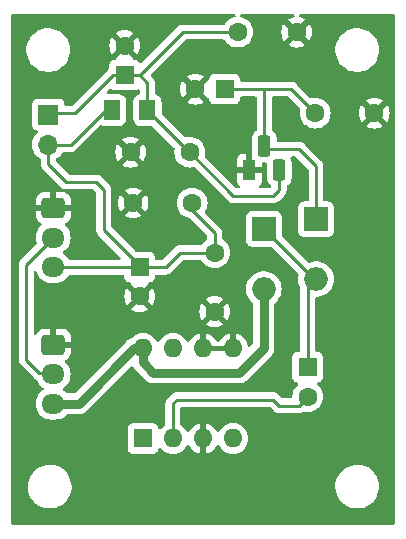
<source format=gbr>
%TF.GenerationSoftware,KiCad,Pcbnew,7.0.9*%
%TF.CreationDate,2023-12-11T11:25:51+01:00*%
%TF.ProjectId,3v3To5vPowerSupply,33763354-6f35-4765-906f-776572537570,1.1*%
%TF.SameCoordinates,Original*%
%TF.FileFunction,Copper,L2,Bot*%
%TF.FilePolarity,Positive*%
%FSLAX46Y46*%
G04 Gerber Fmt 4.6, Leading zero omitted, Abs format (unit mm)*
G04 Created by KiCad (PCBNEW 7.0.9) date 2023-12-11 11:25:51*
%MOMM*%
%LPD*%
G01*
G04 APERTURE LIST*
G04 Aperture macros list*
%AMRoundRect*
0 Rectangle with rounded corners*
0 $1 Rounding radius*
0 $2 $3 $4 $5 $6 $7 $8 $9 X,Y pos of 4 corners*
0 Add a 4 corners polygon primitive as box body*
4,1,4,$2,$3,$4,$5,$6,$7,$8,$9,$2,$3,0*
0 Add four circle primitives for the rounded corners*
1,1,$1+$1,$2,$3*
1,1,$1+$1,$4,$5*
1,1,$1+$1,$6,$7*
1,1,$1+$1,$8,$9*
0 Add four rect primitives between the rounded corners*
20,1,$1+$1,$2,$3,$4,$5,0*
20,1,$1+$1,$4,$5,$6,$7,0*
20,1,$1+$1,$6,$7,$8,$9,0*
20,1,$1+$1,$8,$9,$2,$3,0*%
G04 Aperture macros list end*
%TA.AperFunction,ComponentPad*%
%ADD10R,1.100000X1.800000*%
%TD*%
%TA.AperFunction,ComponentPad*%
%ADD11RoundRect,0.275000X-0.275000X-0.625000X0.275000X-0.625000X0.275000X0.625000X-0.275000X0.625000X0*%
%TD*%
%TA.AperFunction,ComponentPad*%
%ADD12O,1.700000X1.700000*%
%TD*%
%TA.AperFunction,ComponentPad*%
%ADD13R,1.700000X1.700000*%
%TD*%
%TA.AperFunction,ComponentPad*%
%ADD14RoundRect,0.250000X-0.725000X0.600000X-0.725000X-0.600000X0.725000X-0.600000X0.725000X0.600000X0*%
%TD*%
%TA.AperFunction,ComponentPad*%
%ADD15O,1.950000X1.700000*%
%TD*%
%TA.AperFunction,ComponentPad*%
%ADD16C,1.600000*%
%TD*%
%TA.AperFunction,ComponentPad*%
%ADD17R,1.600000X1.600000*%
%TD*%
%TA.AperFunction,ComponentPad*%
%ADD18R,2.000000X2.000000*%
%TD*%
%TA.AperFunction,ComponentPad*%
%ADD19O,2.000000X2.000000*%
%TD*%
%TA.AperFunction,ComponentPad*%
%ADD20O,1.600000X1.600000*%
%TD*%
%TA.AperFunction,SMDPad,CuDef*%
%ADD21RoundRect,0.250001X0.462499X0.624999X-0.462499X0.624999X-0.462499X-0.624999X0.462499X-0.624999X0*%
%TD*%
%TA.AperFunction,Conductor*%
%ADD22C,0.250000*%
%TD*%
%TA.AperFunction,Conductor*%
%ADD23C,0.800000*%
%TD*%
G04 APERTURE END LIST*
D10*
%TO.P,U3,1,GND*%
%TO.N,GND*%
X74803000Y-27451000D03*
D11*
%TO.P,U3,2,VI*%
%TO.N,Net-(D2-K)*%
X76073000Y-25381000D03*
%TO.P,U3,3,VO*%
%TO.N,Net-(J2-Pin_1)*%
X77343000Y-27451000D03*
%TD*%
D12*
%TO.P,J2,2,Pin_2*%
%TO.N,Net-(J2-Pin_2)*%
X57785000Y-25273000D03*
D13*
%TO.P,J2,1,Pin_1*%
%TO.N,Net-(J2-Pin_1)*%
X57785000Y-22733000D03*
%TD*%
D14*
%TO.P,J3,1,Pin_1*%
%TO.N,GND*%
X58207144Y-30648144D03*
D15*
%TO.P,J3,2,Pin_2*%
%TO.N,Net-(J1-Signal)*%
X58207144Y-33148144D03*
%TO.P,J3,3,Pin_3*%
%TO.N,Net-(J2-Pin_2)*%
X58207144Y-35648144D03*
%TD*%
D16*
%TO.P,C9,1*%
%TO.N,Net-(J2-Pin_2)*%
X71882000Y-34417000D03*
%TO.P,C9,2*%
%TO.N,GND*%
X71882000Y-39417000D03*
%TD*%
%TO.P,C8,1*%
%TO.N,Net-(J2-Pin_2)*%
X69963544Y-30216344D03*
%TO.P,C8,2*%
%TO.N,GND*%
X64963544Y-30216344D03*
%TD*%
D17*
%TO.P,C1,1*%
%TO.N,Net-(D1-K)*%
X79756000Y-44109000D03*
D16*
%TO.P,C1,2*%
%TO.N,Net-(U1-CAP+)*%
X79756000Y-46609000D03*
%TD*%
%TO.P,C6,1*%
%TO.N,Net-(J2-Pin_1)*%
X69770000Y-25908000D03*
%TO.P,C6,2*%
%TO.N,GND*%
X64770000Y-25908000D03*
%TD*%
%TO.P,C3,1*%
%TO.N,Net-(D2-K)*%
X80391000Y-22606000D03*
%TO.P,C3,2*%
%TO.N,GND*%
X85391000Y-22606000D03*
%TD*%
D17*
%TO.P,C7,1*%
%TO.N,Net-(J2-Pin_2)*%
X65532000Y-35624888D03*
D16*
%TO.P,C7,2*%
%TO.N,GND*%
X65532000Y-38124888D03*
%TD*%
D17*
%TO.P,C2,1*%
%TO.N,Net-(D2-K)*%
X72729856Y-20574000D03*
D16*
%TO.P,C2,2*%
%TO.N,GND*%
X70229856Y-20574000D03*
%TD*%
D18*
%TO.P,D2,1,K*%
%TO.N,Net-(D2-K)*%
X80457544Y-31587944D03*
D19*
%TO.P,D2,2,A*%
%TO.N,Net-(D1-K)*%
X80457544Y-36667944D03*
%TD*%
D14*
%TO.P,J1,1,GND*%
%TO.N,GND*%
X58207144Y-42205144D03*
D15*
%TO.P,J1,2,Signal*%
%TO.N,Net-(J1-Signal)*%
X58207144Y-44705144D03*
%TO.P,J1,3,3.3V*%
%TO.N,+3.3V*%
X58207144Y-47205144D03*
%TD*%
D17*
%TO.P,U1,1,NC*%
%TO.N,unconnected-(U1-NC-Pad1)*%
X65796000Y-50155000D03*
D20*
%TO.P,U1,2,CAP+*%
%TO.N,Net-(U1-CAP+)*%
X68336000Y-50155000D03*
%TO.P,U1,3,GND*%
%TO.N,GND*%
X70876000Y-50155000D03*
%TO.P,U1,4,CAP-*%
%TO.N,unconnected-(U1-CAP--Pad4)*%
X73416000Y-50155000D03*
%TO.P,U1,5,VOUT*%
%TO.N,GND*%
X73416000Y-42535000D03*
%TO.P,U1,6,LV*%
X70876000Y-42535000D03*
%TO.P,U1,7,OSC*%
%TO.N,unconnected-(U1-OSC-Pad7)*%
X68336000Y-42535000D03*
%TO.P,U1,8,V+*%
%TO.N,+3.3V*%
X65796000Y-42535000D03*
%TD*%
D18*
%TO.P,D1,1,K*%
%TO.N,Net-(D1-K)*%
X76037944Y-32400744D03*
D19*
%TO.P,D1,2,A*%
%TO.N,+3.3V*%
X76037944Y-37480744D03*
%TD*%
D17*
%TO.P,C4,1*%
%TO.N,Net-(J2-Pin_1)*%
X64262000Y-19391000D03*
D16*
%TO.P,C4,2*%
%TO.N,GND*%
X64262000Y-16891000D03*
%TD*%
%TO.P,C5,1*%
%TO.N,Net-(J2-Pin_1)*%
X73827000Y-15748000D03*
%TO.P,C5,2*%
%TO.N,GND*%
X78827000Y-15748000D03*
%TD*%
D21*
%TO.P,L1,1*%
%TO.N,Net-(J2-Pin_1)*%
X66167000Y-22352000D03*
%TO.P,L1,2*%
%TO.N,Net-(J2-Pin_2)*%
X63192000Y-22352000D03*
%TD*%
D22*
%TO.N,Net-(D2-K)*%
X80457544Y-31587944D02*
X80457544Y-27117544D01*
X80457544Y-27117544D02*
X78994000Y-25654000D01*
X76073000Y-25654000D02*
X76073000Y-20574000D01*
X78994000Y-25654000D02*
X76073000Y-25654000D01*
%TO.N,Net-(J2-Pin_1)*%
X69770000Y-25908000D02*
X73453000Y-29591000D01*
X77343000Y-29083000D02*
X77343000Y-27940000D01*
X73453000Y-29591000D02*
X76835000Y-29591000D01*
X76835000Y-29591000D02*
X77343000Y-29083000D01*
%TO.N,Net-(D2-K)*%
X72729856Y-20574000D02*
X78359000Y-20574000D01*
X78359000Y-20574000D02*
X80391000Y-22606000D01*
%TO.N,Net-(D1-K)*%
X79756000Y-37369488D02*
X80457544Y-36667944D01*
X79756000Y-44109000D02*
X79756000Y-37369488D01*
X76037944Y-32400744D02*
X80305144Y-36667944D01*
%TO.N,Net-(U1-CAP+)*%
X68662288Y-46863000D02*
X76835000Y-46863000D01*
X77343000Y-47371000D02*
X78994000Y-47371000D01*
X78994000Y-47371000D02*
X79756000Y-46609000D01*
X76835000Y-46863000D02*
X77343000Y-47371000D01*
X68336000Y-50155000D02*
X68336000Y-47189288D01*
X68336000Y-47189288D02*
X68662288Y-46863000D01*
D23*
%TO.N,+3.3V*%
X60363856Y-47205144D02*
X65034000Y-42535000D01*
X65796000Y-42535000D02*
X65796000Y-43698000D01*
X65034000Y-42535000D02*
X65796000Y-42535000D01*
X65796000Y-43698000D02*
X66675000Y-44577000D01*
X73970237Y-44577000D02*
X76037944Y-42509293D01*
X66675000Y-44577000D02*
X73970237Y-44577000D01*
X76037944Y-42509293D02*
X76037944Y-37480744D01*
X58207144Y-47205144D02*
X60363856Y-47205144D01*
D22*
%TO.N,Net-(J1-Signal)*%
X55921144Y-43475144D02*
X57024144Y-44578144D01*
X58501144Y-33148144D02*
X58207144Y-33148144D01*
X57024144Y-44578144D02*
X58080144Y-44578144D01*
X55921144Y-35434144D02*
X55921144Y-43475144D01*
X58207144Y-33148144D02*
X55921144Y-35434144D01*
%TO.N,Net-(J2-Pin_2)*%
X59690000Y-25273000D02*
X62484000Y-22479000D01*
X59309000Y-28448000D02*
X57785000Y-26924000D01*
X69963544Y-30847544D02*
X71882000Y-32766000D01*
X57785000Y-26924000D02*
X57785000Y-25273000D01*
X68961000Y-34417000D02*
X71882000Y-34417000D01*
X71882000Y-32766000D02*
X71882000Y-34417000D01*
X62484000Y-29083000D02*
X61849000Y-28448000D01*
X61849000Y-28448000D02*
X59309000Y-28448000D01*
X58207144Y-35648144D02*
X67729856Y-35648144D01*
X65532000Y-35560000D02*
X62484000Y-32512000D01*
X62484000Y-22479000D02*
X63373000Y-22479000D01*
X66217800Y-35661600D02*
X65568712Y-35661600D01*
X65568712Y-35661600D02*
X65532000Y-35624888D01*
X69963544Y-30216344D02*
X69963544Y-30847544D01*
X65532000Y-35624888D02*
X65532000Y-35560000D01*
X57785000Y-25273000D02*
X59690000Y-25273000D01*
X62484000Y-32512000D02*
X62484000Y-29083000D01*
X67729856Y-35648144D02*
X68961000Y-34417000D01*
%TO.N,Net-(J2-Pin_1)*%
X57912000Y-22606000D02*
X57531000Y-22987000D01*
X65532000Y-19391000D02*
X64135000Y-19391000D01*
X63286000Y-19391000D02*
X60071000Y-22606000D01*
X60071000Y-22606000D02*
X57912000Y-22606000D01*
X66167000Y-22352000D02*
X69723000Y-25908000D01*
X69723000Y-25908000D02*
X69770000Y-25908000D01*
X73827000Y-15748000D02*
X69175000Y-15748000D01*
X69175000Y-15748000D02*
X65532000Y-19391000D01*
X65532000Y-19391000D02*
X63286000Y-19391000D01*
X66167000Y-22352000D02*
X66167000Y-20026000D01*
X66167000Y-20026000D02*
X65532000Y-19391000D01*
%TD*%
%TA.AperFunction,Conductor*%
%TO.N,GND*%
G36*
X73584296Y-14251929D02*
G01*
X73630051Y-14304733D01*
X73639995Y-14373891D01*
X73610970Y-14437447D01*
X73552192Y-14475221D01*
X73549350Y-14476019D01*
X73380511Y-14521258D01*
X73380502Y-14521261D01*
X73174267Y-14617431D01*
X73174265Y-14617432D01*
X72987858Y-14747954D01*
X72826954Y-14908858D01*
X72714387Y-15069623D01*
X72659811Y-15113248D01*
X72612812Y-15122500D01*
X69257743Y-15122500D01*
X69242122Y-15120775D01*
X69242096Y-15121061D01*
X69234334Y-15120327D01*
X69234333Y-15120327D01*
X69165186Y-15122500D01*
X69135649Y-15122500D01*
X69128766Y-15123369D01*
X69122949Y-15123826D01*
X69076373Y-15125290D01*
X69057129Y-15130881D01*
X69038079Y-15134825D01*
X69018211Y-15137334D01*
X68974884Y-15154488D01*
X68969358Y-15156379D01*
X68924614Y-15169379D01*
X68924610Y-15169381D01*
X68907366Y-15179579D01*
X68889905Y-15188133D01*
X68871274Y-15195510D01*
X68871262Y-15195517D01*
X68833570Y-15222902D01*
X68828687Y-15226109D01*
X68788580Y-15249829D01*
X68774414Y-15263995D01*
X68759624Y-15276627D01*
X68743414Y-15288404D01*
X68743411Y-15288407D01*
X68713710Y-15324309D01*
X68709777Y-15328631D01*
X65685733Y-18352674D01*
X65624410Y-18386159D01*
X65554718Y-18381175D01*
X65498785Y-18339304D01*
X65419546Y-18233454D01*
X65396709Y-18216358D01*
X65304335Y-18147206D01*
X65304328Y-18147202D01*
X65169482Y-18096908D01*
X65169483Y-18096908D01*
X65109883Y-18090501D01*
X65109881Y-18090500D01*
X65109873Y-18090500D01*
X65109864Y-18090500D01*
X65106548Y-18090322D01*
X65106627Y-18088847D01*
X65045215Y-18070815D01*
X64999460Y-18018011D01*
X64991969Y-17974522D01*
X64306401Y-17288953D01*
X64387148Y-17276165D01*
X64500045Y-17218641D01*
X64589641Y-17129045D01*
X64647165Y-17016148D01*
X64659953Y-16935400D01*
X65341025Y-17616472D01*
X65392136Y-17543478D01*
X65488264Y-17337331D01*
X65488269Y-17337317D01*
X65547139Y-17117610D01*
X65547141Y-17117599D01*
X65566966Y-16891002D01*
X65566966Y-16890997D01*
X65547141Y-16664400D01*
X65547139Y-16664389D01*
X65488269Y-16444682D01*
X65488265Y-16444673D01*
X65392133Y-16238516D01*
X65392131Y-16238512D01*
X65341026Y-16165526D01*
X65341025Y-16165526D01*
X64659953Y-16846598D01*
X64647165Y-16765852D01*
X64589641Y-16652955D01*
X64500045Y-16563359D01*
X64387148Y-16505835D01*
X64306400Y-16493046D01*
X64987472Y-15811974D01*
X64987471Y-15811973D01*
X64914483Y-15760866D01*
X64914481Y-15760865D01*
X64708326Y-15664734D01*
X64708317Y-15664730D01*
X64488610Y-15605860D01*
X64488599Y-15605858D01*
X64262002Y-15586034D01*
X64261998Y-15586034D01*
X64035400Y-15605858D01*
X64035389Y-15605860D01*
X63815682Y-15664730D01*
X63815673Y-15664734D01*
X63609513Y-15760868D01*
X63536527Y-15811972D01*
X63536526Y-15811973D01*
X64217600Y-16493046D01*
X64136852Y-16505835D01*
X64023955Y-16563359D01*
X63934359Y-16652955D01*
X63876835Y-16765852D01*
X63864046Y-16846599D01*
X63182973Y-16165526D01*
X63182972Y-16165527D01*
X63131868Y-16238513D01*
X63035734Y-16444673D01*
X63035730Y-16444682D01*
X62976860Y-16664389D01*
X62976858Y-16664400D01*
X62957034Y-16890997D01*
X62957034Y-16891002D01*
X62976858Y-17117599D01*
X62976860Y-17117610D01*
X63035730Y-17337317D01*
X63035734Y-17337326D01*
X63131865Y-17543481D01*
X63131866Y-17543483D01*
X63182973Y-17616471D01*
X63182974Y-17616472D01*
X63864046Y-16935399D01*
X63876835Y-17016148D01*
X63934359Y-17129045D01*
X64023955Y-17218641D01*
X64136852Y-17276165D01*
X64217599Y-17288953D01*
X63531351Y-17975200D01*
X63521505Y-18024194D01*
X63472889Y-18074376D01*
X63417367Y-18089048D01*
X63417423Y-18090099D01*
X63417429Y-18090146D01*
X63417426Y-18090146D01*
X63417436Y-18090324D01*
X63414123Y-18090501D01*
X63354516Y-18096908D01*
X63219671Y-18147202D01*
X63219664Y-18147206D01*
X63104455Y-18233452D01*
X63104452Y-18233455D01*
X63018206Y-18348664D01*
X63018202Y-18348671D01*
X62967908Y-18483517D01*
X62961501Y-18543116D01*
X62961500Y-18543135D01*
X62961500Y-18785482D01*
X62941815Y-18852521D01*
X62905401Y-18887609D01*
X62905743Y-18888049D01*
X62901652Y-18891222D01*
X62900626Y-18892211D01*
X62899580Y-18892829D01*
X62885414Y-18906995D01*
X62870624Y-18919627D01*
X62854414Y-18931404D01*
X62854411Y-18931407D01*
X62824710Y-18967309D01*
X62820777Y-18971631D01*
X59848228Y-21944181D01*
X59786905Y-21977666D01*
X59760547Y-21980500D01*
X59259499Y-21980500D01*
X59192460Y-21960815D01*
X59146705Y-21908011D01*
X59135499Y-21856500D01*
X59135499Y-21835129D01*
X59135498Y-21835123D01*
X59135497Y-21835116D01*
X59129091Y-21775517D01*
X59125861Y-21766858D01*
X59078797Y-21640671D01*
X59078793Y-21640664D01*
X58992547Y-21525455D01*
X58992544Y-21525452D01*
X58877335Y-21439206D01*
X58877328Y-21439202D01*
X58742482Y-21388908D01*
X58742483Y-21388908D01*
X58682883Y-21382501D01*
X58682881Y-21382500D01*
X58682873Y-21382500D01*
X58682864Y-21382500D01*
X56887129Y-21382500D01*
X56887123Y-21382501D01*
X56827516Y-21388908D01*
X56692671Y-21439202D01*
X56692664Y-21439206D01*
X56577455Y-21525452D01*
X56577452Y-21525455D01*
X56491206Y-21640664D01*
X56491202Y-21640671D01*
X56440908Y-21775517D01*
X56436363Y-21817796D01*
X56434501Y-21835123D01*
X56434500Y-21835135D01*
X56434500Y-23630870D01*
X56434501Y-23630876D01*
X56440908Y-23690483D01*
X56491202Y-23825328D01*
X56491206Y-23825335D01*
X56577452Y-23940544D01*
X56577455Y-23940547D01*
X56692664Y-24026793D01*
X56692671Y-24026797D01*
X56824081Y-24075810D01*
X56880015Y-24117681D01*
X56904432Y-24183145D01*
X56889580Y-24251418D01*
X56868430Y-24279673D01*
X56746503Y-24401600D01*
X56610965Y-24595169D01*
X56610964Y-24595171D01*
X56511098Y-24809335D01*
X56511094Y-24809344D01*
X56449938Y-25037586D01*
X56449936Y-25037596D01*
X56429341Y-25272999D01*
X56429341Y-25273000D01*
X56449936Y-25508403D01*
X56449938Y-25508413D01*
X56511094Y-25736655D01*
X56511096Y-25736659D01*
X56511097Y-25736663D01*
X56590994Y-25908002D01*
X56610965Y-25950830D01*
X56610967Y-25950834D01*
X56680091Y-26049552D01*
X56746501Y-26144396D01*
X56746506Y-26144402D01*
X56913597Y-26311493D01*
X56913603Y-26311498D01*
X56946036Y-26334208D01*
X57106624Y-26446653D01*
X57150248Y-26501228D01*
X57159500Y-26548226D01*
X57159500Y-26841255D01*
X57157775Y-26856872D01*
X57158061Y-26856899D01*
X57157326Y-26864665D01*
X57159500Y-26933814D01*
X57159500Y-26963343D01*
X57159501Y-26963360D01*
X57160368Y-26970231D01*
X57160826Y-26976050D01*
X57162290Y-27022624D01*
X57162291Y-27022627D01*
X57167880Y-27041867D01*
X57171824Y-27060911D01*
X57173140Y-27071325D01*
X57174336Y-27080791D01*
X57191490Y-27124119D01*
X57193382Y-27129647D01*
X57201268Y-27156790D01*
X57206382Y-27174390D01*
X57213601Y-27186598D01*
X57216580Y-27191634D01*
X57225136Y-27209100D01*
X57226866Y-27213468D01*
X57232514Y-27227732D01*
X57259898Y-27265423D01*
X57263106Y-27270307D01*
X57286827Y-27310416D01*
X57286833Y-27310424D01*
X57300990Y-27324580D01*
X57313628Y-27339376D01*
X57325405Y-27355586D01*
X57325406Y-27355587D01*
X57361309Y-27385288D01*
X57365620Y-27389210D01*
X58538985Y-28562576D01*
X58808197Y-28831788D01*
X58818022Y-28844051D01*
X58818243Y-28843869D01*
X58823214Y-28849878D01*
X58849217Y-28874295D01*
X58873635Y-28897226D01*
X58894529Y-28918120D01*
X58900011Y-28922373D01*
X58904443Y-28926157D01*
X58938418Y-28958062D01*
X58955976Y-28967714D01*
X58972235Y-28978395D01*
X58988064Y-28990673D01*
X59030838Y-29009182D01*
X59036056Y-29011738D01*
X59076908Y-29034197D01*
X59096316Y-29039180D01*
X59114717Y-29045480D01*
X59133104Y-29053437D01*
X59176488Y-29060308D01*
X59179119Y-29060725D01*
X59184839Y-29061909D01*
X59229981Y-29073500D01*
X59250016Y-29073500D01*
X59269414Y-29075026D01*
X59289194Y-29078159D01*
X59289195Y-29078160D01*
X59289195Y-29078159D01*
X59289196Y-29078160D01*
X59335584Y-29073775D01*
X59341422Y-29073500D01*
X61538548Y-29073500D01*
X61605587Y-29093185D01*
X61626229Y-29109819D01*
X61822181Y-29305771D01*
X61855666Y-29367094D01*
X61858500Y-29393452D01*
X61858500Y-32429255D01*
X61856775Y-32444872D01*
X61857061Y-32444899D01*
X61856326Y-32452665D01*
X61858500Y-32521814D01*
X61858500Y-32551343D01*
X61858501Y-32551360D01*
X61859368Y-32558231D01*
X61859826Y-32564050D01*
X61861290Y-32610624D01*
X61861291Y-32610627D01*
X61866880Y-32629867D01*
X61870824Y-32648911D01*
X61873336Y-32668792D01*
X61883881Y-32695426D01*
X61890490Y-32712119D01*
X61892382Y-32717647D01*
X61905381Y-32762388D01*
X61915580Y-32779634D01*
X61924136Y-32797100D01*
X61931514Y-32815732D01*
X61938489Y-32825333D01*
X61958898Y-32853423D01*
X61962106Y-32858307D01*
X61985827Y-32898416D01*
X61985833Y-32898424D01*
X61999990Y-32912580D01*
X62012628Y-32927376D01*
X62024405Y-32943586D01*
X62024406Y-32943587D01*
X62060309Y-32973288D01*
X62064620Y-32977210D01*
X63463053Y-34375644D01*
X63898372Y-34810963D01*
X63931857Y-34872286D01*
X63926873Y-34941978D01*
X63885001Y-34997911D01*
X63819537Y-35022328D01*
X63810691Y-35022644D01*
X59607371Y-35022644D01*
X59540332Y-35002959D01*
X59505796Y-34969767D01*
X59370638Y-34776741D01*
X59203547Y-34609650D01*
X59147331Y-34570288D01*
X59046545Y-34499717D01*
X59002922Y-34445143D01*
X58995728Y-34375644D01*
X59027250Y-34313289D01*
X59046542Y-34296572D01*
X59203545Y-34186639D01*
X59370639Y-34019545D01*
X59506179Y-33825974D01*
X59606047Y-33611807D01*
X59667207Y-33383552D01*
X59687803Y-33148144D01*
X59667207Y-32912736D01*
X59613942Y-32713945D01*
X59606049Y-32684488D01*
X59606048Y-32684487D01*
X59606047Y-32684481D01*
X59506179Y-32470315D01*
X59506178Y-32470313D01*
X59370638Y-32276741D01*
X59223076Y-32129179D01*
X59189591Y-32067856D01*
X59194575Y-31998164D01*
X59236447Y-31942231D01*
X59245660Y-31935959D01*
X59400489Y-31840459D01*
X59524459Y-31716489D01*
X59616500Y-31567268D01*
X59616502Y-31567263D01*
X59671649Y-31400841D01*
X59671650Y-31400834D01*
X59682143Y-31298130D01*
X59682144Y-31298117D01*
X59682144Y-30898144D01*
X58611113Y-30898144D01*
X58643663Y-30847495D01*
X58682144Y-30716439D01*
X58682144Y-30579849D01*
X58643663Y-30448793D01*
X58611113Y-30398144D01*
X59682143Y-30398144D01*
X59682143Y-29998172D01*
X59682142Y-29998157D01*
X59671649Y-29895446D01*
X59616502Y-29729024D01*
X59616500Y-29729019D01*
X59524459Y-29579798D01*
X59400489Y-29455828D01*
X59251268Y-29363787D01*
X59251263Y-29363785D01*
X59084841Y-29308638D01*
X59084834Y-29308637D01*
X58982130Y-29298144D01*
X58457144Y-29298144D01*
X58457144Y-30240125D01*
X58342343Y-30187698D01*
X58241119Y-30173144D01*
X58173169Y-30173144D01*
X58071945Y-30187698D01*
X57957144Y-30240125D01*
X57957144Y-29298144D01*
X57432172Y-29298144D01*
X57432156Y-29298145D01*
X57329446Y-29308638D01*
X57163024Y-29363785D01*
X57163019Y-29363787D01*
X57013798Y-29455828D01*
X56889828Y-29579798D01*
X56797787Y-29729019D01*
X56797785Y-29729024D01*
X56742638Y-29895446D01*
X56742637Y-29895453D01*
X56732144Y-29998157D01*
X56732144Y-30398144D01*
X57803175Y-30398144D01*
X57770625Y-30448793D01*
X57732144Y-30579849D01*
X57732144Y-30716439D01*
X57770625Y-30847495D01*
X57803175Y-30898144D01*
X56732145Y-30898144D01*
X56732145Y-31298130D01*
X56742638Y-31400841D01*
X56797785Y-31567263D01*
X56797787Y-31567268D01*
X56889828Y-31716489D01*
X57013798Y-31840459D01*
X57168628Y-31935959D01*
X57215352Y-31987907D01*
X57226575Y-32056870D01*
X57198731Y-32120952D01*
X57191213Y-32129179D01*
X57043645Y-32276747D01*
X57043645Y-32276748D01*
X56908111Y-32470309D01*
X56908109Y-32470313D01*
X56808242Y-32684479D01*
X56808238Y-32684488D01*
X56747082Y-32912730D01*
X56747080Y-32912740D01*
X56726485Y-33148143D01*
X56726485Y-33148144D01*
X56747080Y-33383547D01*
X56747082Y-33383557D01*
X56800415Y-33582600D01*
X56798752Y-33652450D01*
X56768321Y-33702374D01*
X55537352Y-34933343D01*
X55525095Y-34943164D01*
X55525278Y-34943385D01*
X55519267Y-34948357D01*
X55471916Y-34998780D01*
X55451033Y-35019663D01*
X55451021Y-35019676D01*
X55446765Y-35025161D01*
X55442981Y-35029591D01*
X55411081Y-35063562D01*
X55411080Y-35063564D01*
X55401428Y-35081120D01*
X55390754Y-35097370D01*
X55378473Y-35113205D01*
X55378468Y-35113212D01*
X55359959Y-35155982D01*
X55357389Y-35161228D01*
X55334947Y-35202050D01*
X55329966Y-35221451D01*
X55323665Y-35239854D01*
X55315706Y-35258246D01*
X55315705Y-35258249D01*
X55308415Y-35304271D01*
X55307231Y-35309990D01*
X55295645Y-35355116D01*
X55295644Y-35355126D01*
X55295644Y-35375160D01*
X55294117Y-35394559D01*
X55290984Y-35414338D01*
X55290984Y-35414339D01*
X55295369Y-35460727D01*
X55295644Y-35466565D01*
X55295644Y-43392399D01*
X55293919Y-43408016D01*
X55294205Y-43408043D01*
X55293470Y-43415809D01*
X55295644Y-43484958D01*
X55295644Y-43514487D01*
X55295645Y-43514504D01*
X55296512Y-43521375D01*
X55296970Y-43527194D01*
X55298434Y-43573768D01*
X55298435Y-43573771D01*
X55304024Y-43593011D01*
X55307968Y-43612055D01*
X55310480Y-43631936D01*
X55327634Y-43675263D01*
X55329526Y-43680791D01*
X55342525Y-43725532D01*
X55352724Y-43742778D01*
X55361282Y-43760247D01*
X55368658Y-43778876D01*
X55396042Y-43816567D01*
X55399250Y-43821451D01*
X55422971Y-43861560D01*
X55422977Y-43861568D01*
X55437134Y-43875724D01*
X55449772Y-43890520D01*
X55461549Y-43906730D01*
X55461550Y-43906731D01*
X55497453Y-43936432D01*
X55501764Y-43940354D01*
X56031140Y-44469730D01*
X56523338Y-44961928D01*
X56533163Y-44974192D01*
X56533384Y-44974010D01*
X56538354Y-44980017D01*
X56538357Y-44980020D01*
X56538358Y-44980021D01*
X56588795Y-45027385D01*
X56609674Y-45048264D01*
X56615148Y-45052510D01*
X56619586Y-45056300D01*
X56653562Y-45088206D01*
X56653566Y-45088208D01*
X56671117Y-45097857D01*
X56687375Y-45108536D01*
X56703208Y-45120818D01*
X56745997Y-45139333D01*
X56751217Y-45141891D01*
X56768388Y-45151331D01*
X56775507Y-45155245D01*
X56824770Y-45204792D01*
X56828149Y-45211500D01*
X56908108Y-45382972D01*
X56908109Y-45382974D01*
X57043649Y-45576546D01*
X57210741Y-45743638D01*
X57367739Y-45853569D01*
X57411364Y-45908146D01*
X57418558Y-45977644D01*
X57387035Y-46039999D01*
X57367739Y-46056719D01*
X57210741Y-46166649D01*
X57043650Y-46333741D01*
X57043645Y-46333748D01*
X56908111Y-46527309D01*
X56908109Y-46527313D01*
X56808242Y-46741479D01*
X56808238Y-46741488D01*
X56747082Y-46969730D01*
X56747080Y-46969740D01*
X56726485Y-47205143D01*
X56726485Y-47205144D01*
X56747080Y-47440547D01*
X56747082Y-47440557D01*
X56808238Y-47668799D01*
X56808240Y-47668803D01*
X56808241Y-47668807D01*
X56856769Y-47772875D01*
X56908108Y-47882972D01*
X56908109Y-47882974D01*
X57043649Y-48076546D01*
X57210741Y-48243638D01*
X57404313Y-48379178D01*
X57404315Y-48379179D01*
X57618481Y-48479047D01*
X57846736Y-48540207D01*
X58023178Y-48555644D01*
X58391110Y-48555644D01*
X58567552Y-48540207D01*
X58795807Y-48479047D01*
X59009973Y-48379179D01*
X59203545Y-48243639D01*
X59305222Y-48141961D01*
X59366543Y-48108478D01*
X59392902Y-48105644D01*
X60283229Y-48105644D01*
X60302628Y-48107171D01*
X60316468Y-48109363D01*
X60385815Y-48105728D01*
X60389059Y-48105644D01*
X60411047Y-48105644D01*
X60411048Y-48105644D01*
X60427844Y-48103878D01*
X60432920Y-48103345D01*
X60436140Y-48103091D01*
X60505502Y-48099457D01*
X60519043Y-48095827D01*
X60538169Y-48092282D01*
X60552112Y-48090818D01*
X60618162Y-48069356D01*
X60621224Y-48068448D01*
X60688344Y-48050464D01*
X60700832Y-48044100D01*
X60718806Y-48036654D01*
X60732140Y-48032323D01*
X60792332Y-47997569D01*
X60795078Y-47996078D01*
X60857005Y-47964527D01*
X60867887Y-47955713D01*
X60883939Y-47944681D01*
X60896072Y-47937677D01*
X60947703Y-47891187D01*
X60950116Y-47889126D01*
X60967236Y-47875263D01*
X60982785Y-47859712D01*
X60985126Y-47857491D01*
X61036744Y-47811015D01*
X61044986Y-47799669D01*
X61057616Y-47784881D01*
X64784055Y-44058442D01*
X64845376Y-44024959D01*
X64915068Y-44029943D01*
X64971001Y-44071815D01*
X64979121Y-44084125D01*
X65003536Y-44126413D01*
X65005085Y-44129266D01*
X65026992Y-44172259D01*
X65036617Y-44191149D01*
X65036619Y-44191151D01*
X65036620Y-44191153D01*
X65045438Y-44202043D01*
X65056454Y-44218070D01*
X65063465Y-44230213D01*
X65063470Y-44230220D01*
X65109939Y-44281831D01*
X65112043Y-44284295D01*
X65125882Y-44301382D01*
X65141423Y-44316922D01*
X65143657Y-44319277D01*
X65190128Y-44370887D01*
X65201468Y-44379126D01*
X65216265Y-44391764D01*
X65981236Y-45156736D01*
X65993871Y-45171529D01*
X66002110Y-45182869D01*
X66002112Y-45182871D01*
X66053730Y-45229348D01*
X66056068Y-45231568D01*
X66071620Y-45247120D01*
X66088716Y-45260964D01*
X66091168Y-45263058D01*
X66113887Y-45283514D01*
X66142784Y-45309533D01*
X66150633Y-45314065D01*
X66154920Y-45316540D01*
X66170952Y-45327557D01*
X66181851Y-45336383D01*
X66243714Y-45367903D01*
X66246569Y-45369453D01*
X66306707Y-45404174D01*
X66306712Y-45404177D01*
X66306713Y-45404177D01*
X66306716Y-45404179D01*
X66320050Y-45408511D01*
X66338022Y-45415956D01*
X66350512Y-45422320D01*
X66350514Y-45422320D01*
X66350515Y-45422321D01*
X66368928Y-45427254D01*
X66417601Y-45440296D01*
X66420682Y-45441209D01*
X66486744Y-45462674D01*
X66500688Y-45464139D01*
X66519814Y-45467685D01*
X66529441Y-45470264D01*
X66533355Y-45471313D01*
X66602720Y-45474947D01*
X66605935Y-45475200D01*
X66627808Y-45477500D01*
X66649798Y-45477500D01*
X66653041Y-45477584D01*
X66722388Y-45481219D01*
X66736228Y-45479027D01*
X66755627Y-45477500D01*
X73889610Y-45477500D01*
X73909009Y-45479027D01*
X73922849Y-45481219D01*
X73992196Y-45477584D01*
X73995440Y-45477500D01*
X74017428Y-45477500D01*
X74017429Y-45477500D01*
X74034225Y-45475734D01*
X74039301Y-45475201D01*
X74042521Y-45474947D01*
X74111883Y-45471313D01*
X74125424Y-45467683D01*
X74144550Y-45464138D01*
X74158493Y-45462674D01*
X74224543Y-45441212D01*
X74227605Y-45440304D01*
X74294725Y-45422320D01*
X74307213Y-45415956D01*
X74325187Y-45408510D01*
X74338521Y-45404179D01*
X74398713Y-45369425D01*
X74401459Y-45367934D01*
X74463386Y-45336383D01*
X74474268Y-45327569D01*
X74490320Y-45316537D01*
X74502453Y-45309533D01*
X74554084Y-45263043D01*
X74556497Y-45260982D01*
X74573617Y-45247119D01*
X74589166Y-45231568D01*
X74591507Y-45229347D01*
X74643125Y-45182871D01*
X74651367Y-45171525D01*
X74663999Y-45156736D01*
X76617681Y-43203053D01*
X76632469Y-43190423D01*
X76643815Y-43182181D01*
X76690291Y-43130563D01*
X76692514Y-43128221D01*
X76696472Y-43124263D01*
X76708063Y-43112673D01*
X76721926Y-43095553D01*
X76723993Y-43093134D01*
X76770477Y-43041509D01*
X76777482Y-43029373D01*
X76788514Y-43013324D01*
X76797325Y-43002444D01*
X76797327Y-43002442D01*
X76807999Y-42981496D01*
X76828878Y-42940515D01*
X76830369Y-42937769D01*
X76865123Y-42877577D01*
X76869453Y-42864249D01*
X76876904Y-42846262D01*
X76883263Y-42833783D01*
X76883264Y-42833781D01*
X76888320Y-42814909D01*
X76901241Y-42766683D01*
X76902145Y-42763630D01*
X76923618Y-42697549D01*
X76925083Y-42683600D01*
X76928628Y-42664476D01*
X76932256Y-42650939D01*
X76935891Y-42581577D01*
X76936144Y-42578364D01*
X76938444Y-42556485D01*
X76938444Y-42534489D01*
X76938529Y-42531243D01*
X76942163Y-42461905D01*
X76939971Y-42448065D01*
X76938444Y-42428666D01*
X76938444Y-38741913D01*
X76958129Y-38674874D01*
X76986282Y-38644059D01*
X77057688Y-38588482D01*
X77226108Y-38405529D01*
X77362117Y-38197351D01*
X77462007Y-37969625D01*
X77523052Y-37728565D01*
X77527195Y-37678570D01*
X77543587Y-37480749D01*
X77543587Y-37480738D01*
X77523053Y-37232931D01*
X77523051Y-37232919D01*
X77462007Y-36991862D01*
X77362117Y-36764137D01*
X77226110Y-36555961D01*
X77192587Y-36519546D01*
X77057688Y-36373006D01*
X76861453Y-36220270D01*
X76861451Y-36220269D01*
X76861450Y-36220268D01*
X76642755Y-36101916D01*
X76642746Y-36101913D01*
X76407560Y-36021173D01*
X76162279Y-35980244D01*
X75913609Y-35980244D01*
X75668327Y-36021173D01*
X75433141Y-36101913D01*
X75433132Y-36101916D01*
X75214437Y-36220268D01*
X75018201Y-36373005D01*
X74849777Y-36555961D01*
X74713770Y-36764137D01*
X74613880Y-36991862D01*
X74552836Y-37232919D01*
X74552834Y-37232931D01*
X74532301Y-37480738D01*
X74532301Y-37480749D01*
X74552834Y-37728556D01*
X74552836Y-37728568D01*
X74613880Y-37969625D01*
X74713770Y-38197350D01*
X74849777Y-38405526D01*
X74849780Y-38405529D01*
X75018200Y-38588482D01*
X75089606Y-38644059D01*
X75130419Y-38700770D01*
X75137444Y-38741913D01*
X75137444Y-42084931D01*
X75117759Y-42151970D01*
X75101125Y-42172612D01*
X74908841Y-42364895D01*
X74847518Y-42398380D01*
X74777826Y-42393396D01*
X74721893Y-42351524D01*
X74701385Y-42309307D01*
X74642269Y-42088682D01*
X74642265Y-42088673D01*
X74546134Y-41882517D01*
X74415657Y-41696179D01*
X74254820Y-41535342D01*
X74068482Y-41404865D01*
X73862328Y-41308734D01*
X73666000Y-41256127D01*
X73666000Y-42219314D01*
X73654045Y-42207359D01*
X73541148Y-42149835D01*
X73447481Y-42135000D01*
X73384519Y-42135000D01*
X73290852Y-42149835D01*
X73177955Y-42207359D01*
X73166000Y-42219314D01*
X73166000Y-41256127D01*
X72969671Y-41308734D01*
X72763517Y-41404865D01*
X72577179Y-41535342D01*
X72416342Y-41696179D01*
X72285865Y-41882517D01*
X72258382Y-41941457D01*
X72212210Y-41993896D01*
X72145016Y-42013048D01*
X72078135Y-41992832D01*
X72033618Y-41941457D01*
X72006134Y-41882517D01*
X71875657Y-41696179D01*
X71714820Y-41535342D01*
X71528482Y-41404865D01*
X71322328Y-41308734D01*
X71126000Y-41256127D01*
X71126000Y-42219314D01*
X71114045Y-42207359D01*
X71001148Y-42149835D01*
X70907481Y-42135000D01*
X70844519Y-42135000D01*
X70750852Y-42149835D01*
X70637955Y-42207359D01*
X70626000Y-42219314D01*
X70626000Y-41256127D01*
X70429671Y-41308734D01*
X70223517Y-41404865D01*
X70037179Y-41535342D01*
X69876342Y-41696179D01*
X69745867Y-41882515D01*
X69718657Y-41940867D01*
X69672484Y-41993306D01*
X69605290Y-42012457D01*
X69538409Y-41992241D01*
X69493893Y-41940865D01*
X69488420Y-41929129D01*
X69466568Y-41882266D01*
X69336047Y-41695861D01*
X69336045Y-41695858D01*
X69175141Y-41534954D01*
X68988734Y-41404432D01*
X68988732Y-41404431D01*
X68782497Y-41308261D01*
X68782488Y-41308258D01*
X68562697Y-41249366D01*
X68562693Y-41249365D01*
X68562692Y-41249365D01*
X68562691Y-41249364D01*
X68562686Y-41249364D01*
X68336002Y-41229532D01*
X68335998Y-41229532D01*
X68109313Y-41249364D01*
X68109302Y-41249366D01*
X67889511Y-41308258D01*
X67889502Y-41308261D01*
X67683267Y-41404431D01*
X67683265Y-41404432D01*
X67496858Y-41534954D01*
X67335954Y-41695858D01*
X67205432Y-41882265D01*
X67205431Y-41882267D01*
X67178382Y-41940275D01*
X67132209Y-41992714D01*
X67065016Y-42011866D01*
X66998135Y-41991650D01*
X66953618Y-41940275D01*
X66926568Y-41882266D01*
X66796047Y-41695861D01*
X66796045Y-41695858D01*
X66635141Y-41534954D01*
X66448734Y-41404432D01*
X66448732Y-41404431D01*
X66242497Y-41308261D01*
X66242488Y-41308258D01*
X66022697Y-41249366D01*
X66022693Y-41249365D01*
X66022692Y-41249365D01*
X66022691Y-41249364D01*
X66022686Y-41249364D01*
X65796002Y-41229532D01*
X65795998Y-41229532D01*
X65569313Y-41249364D01*
X65569302Y-41249366D01*
X65349511Y-41308258D01*
X65349502Y-41308261D01*
X65143267Y-41404431D01*
X65143265Y-41404432D01*
X64956858Y-41534954D01*
X64861968Y-41629843D01*
X64812605Y-41660092D01*
X64779693Y-41670786D01*
X64776581Y-41671707D01*
X64709518Y-41689677D01*
X64697020Y-41696045D01*
X64679053Y-41703487D01*
X64665713Y-41707821D01*
X64605592Y-41742533D01*
X64602740Y-41744082D01*
X64540853Y-41775616D01*
X64540837Y-41775626D01*
X64529948Y-41784444D01*
X64513923Y-41795458D01*
X64501785Y-41802466D01*
X64501781Y-41802469D01*
X64450172Y-41848936D01*
X64447710Y-41851039D01*
X64430627Y-41864875D01*
X64430610Y-41864890D01*
X64415065Y-41880435D01*
X64412713Y-41882666D01*
X64361114Y-41929126D01*
X64352869Y-41940474D01*
X64340236Y-41955263D01*
X60027176Y-46268325D01*
X59965853Y-46301810D01*
X59939495Y-46304644D01*
X59392902Y-46304644D01*
X59325863Y-46284959D01*
X59305225Y-46268329D01*
X59203545Y-46166649D01*
X59203544Y-46166648D01*
X59203543Y-46166647D01*
X59132092Y-46116617D01*
X59046545Y-46056717D01*
X59002922Y-46002143D01*
X58995728Y-45932644D01*
X59027250Y-45870289D01*
X59046542Y-45853572D01*
X59203545Y-45743639D01*
X59370639Y-45576545D01*
X59506179Y-45382974D01*
X59606047Y-45168807D01*
X59667207Y-44940552D01*
X59687803Y-44705144D01*
X59667207Y-44469736D01*
X59606047Y-44241481D01*
X59506179Y-44027315D01*
X59504530Y-44024959D01*
X59370638Y-43833741D01*
X59223076Y-43686179D01*
X59189591Y-43624856D01*
X59194575Y-43555164D01*
X59236447Y-43499231D01*
X59245660Y-43492959D01*
X59400489Y-43397459D01*
X59524459Y-43273489D01*
X59616500Y-43124268D01*
X59616502Y-43124263D01*
X59671649Y-42957841D01*
X59671650Y-42957834D01*
X59682143Y-42855130D01*
X59682144Y-42855117D01*
X59682144Y-42455144D01*
X58611113Y-42455144D01*
X58643663Y-42404495D01*
X58682144Y-42273439D01*
X58682144Y-42136849D01*
X58643663Y-42005793D01*
X58611113Y-41955144D01*
X59682143Y-41955144D01*
X59682143Y-41555172D01*
X59682142Y-41555157D01*
X59671649Y-41452446D01*
X59616502Y-41286024D01*
X59616500Y-41286019D01*
X59524459Y-41136798D01*
X59400489Y-41012828D01*
X59251268Y-40920787D01*
X59251263Y-40920785D01*
X59084841Y-40865638D01*
X59084834Y-40865637D01*
X58982130Y-40855144D01*
X58457144Y-40855144D01*
X58457144Y-41797125D01*
X58342343Y-41744698D01*
X58241119Y-41730144D01*
X58173169Y-41730144D01*
X58071945Y-41744698D01*
X57957144Y-41797125D01*
X57957144Y-40855144D01*
X57432172Y-40855144D01*
X57432156Y-40855145D01*
X57329446Y-40865638D01*
X57163024Y-40920785D01*
X57163019Y-40920787D01*
X57013798Y-41012828D01*
X56889828Y-41136798D01*
X56797787Y-41286019D01*
X56797785Y-41286024D01*
X56788350Y-41314499D01*
X56748577Y-41371944D01*
X56684061Y-41398767D01*
X56615285Y-41386452D01*
X56564086Y-41338909D01*
X56546644Y-41275495D01*
X56546644Y-36077387D01*
X56566329Y-36010348D01*
X56619133Y-35964593D01*
X56688291Y-35954649D01*
X56751847Y-35983674D01*
X56789621Y-36042452D01*
X56790419Y-36045294D01*
X56808238Y-36111799D01*
X56808240Y-36111803D01*
X56808241Y-36111807D01*
X56836889Y-36173242D01*
X56908108Y-36325972D01*
X56908109Y-36325974D01*
X57043649Y-36519546D01*
X57210741Y-36686638D01*
X57404313Y-36822178D01*
X57404315Y-36822179D01*
X57618481Y-36922047D01*
X57618487Y-36922048D01*
X57618488Y-36922049D01*
X57636477Y-36926869D01*
X57846736Y-36983207D01*
X58023178Y-36998644D01*
X58391110Y-36998644D01*
X58567552Y-36983207D01*
X58795807Y-36922047D01*
X59009973Y-36822179D01*
X59203545Y-36686639D01*
X59370639Y-36519545D01*
X59505796Y-36326521D01*
X59560373Y-36282896D01*
X59607371Y-36273644D01*
X64107501Y-36273644D01*
X64174540Y-36293329D01*
X64220295Y-36346133D01*
X64231501Y-36397644D01*
X64231501Y-36472764D01*
X64237908Y-36532371D01*
X64288202Y-36667216D01*
X64288206Y-36667223D01*
X64374452Y-36782432D01*
X64374455Y-36782435D01*
X64489664Y-36868681D01*
X64489671Y-36868685D01*
X64534618Y-36885449D01*
X64624517Y-36918979D01*
X64684127Y-36925388D01*
X64684153Y-36925387D01*
X64687453Y-36925566D01*
X64687372Y-36927071D01*
X64748672Y-36945000D01*
X64794483Y-36997755D01*
X64802016Y-37041351D01*
X65487600Y-37726934D01*
X65406852Y-37739723D01*
X65293955Y-37797247D01*
X65204359Y-37886843D01*
X65146835Y-37999740D01*
X65134046Y-38080487D01*
X64452973Y-37399414D01*
X64452972Y-37399415D01*
X64401868Y-37472401D01*
X64305734Y-37678561D01*
X64305730Y-37678570D01*
X64246860Y-37898277D01*
X64246858Y-37898288D01*
X64227034Y-38124885D01*
X64227034Y-38124890D01*
X64246858Y-38351487D01*
X64246860Y-38351498D01*
X64305730Y-38571205D01*
X64305734Y-38571214D01*
X64401865Y-38777369D01*
X64401866Y-38777371D01*
X64452973Y-38850359D01*
X64452974Y-38850360D01*
X65134046Y-38169287D01*
X65146835Y-38250036D01*
X65204359Y-38362933D01*
X65293955Y-38452529D01*
X65406852Y-38510053D01*
X65487599Y-38522841D01*
X64806526Y-39203913D01*
X64806526Y-39203914D01*
X64879512Y-39255019D01*
X64879516Y-39255021D01*
X65085673Y-39351153D01*
X65085682Y-39351157D01*
X65305389Y-39410027D01*
X65305400Y-39410029D01*
X65531998Y-39429854D01*
X65532002Y-39429854D01*
X65678899Y-39417002D01*
X70577034Y-39417002D01*
X70596858Y-39643599D01*
X70596860Y-39643610D01*
X70655730Y-39863317D01*
X70655734Y-39863326D01*
X70751865Y-40069481D01*
X70751866Y-40069483D01*
X70802973Y-40142471D01*
X70802974Y-40142472D01*
X71484046Y-39461399D01*
X71496835Y-39542148D01*
X71554359Y-39655045D01*
X71643955Y-39744641D01*
X71756852Y-39802165D01*
X71837599Y-39814953D01*
X71156526Y-40496025D01*
X71156526Y-40496026D01*
X71229512Y-40547131D01*
X71229516Y-40547133D01*
X71435673Y-40643265D01*
X71435682Y-40643269D01*
X71655389Y-40702139D01*
X71655400Y-40702141D01*
X71881998Y-40721966D01*
X71882002Y-40721966D01*
X72108599Y-40702141D01*
X72108610Y-40702139D01*
X72328317Y-40643269D01*
X72328331Y-40643264D01*
X72534478Y-40547136D01*
X72607472Y-40496025D01*
X71926401Y-39814953D01*
X72007148Y-39802165D01*
X72120045Y-39744641D01*
X72209641Y-39655045D01*
X72267165Y-39542148D01*
X72279953Y-39461400D01*
X72961025Y-40142472D01*
X73012136Y-40069478D01*
X73108264Y-39863331D01*
X73108269Y-39863317D01*
X73167139Y-39643610D01*
X73167141Y-39643599D01*
X73186966Y-39417002D01*
X73186966Y-39416997D01*
X73167141Y-39190400D01*
X73167139Y-39190389D01*
X73108269Y-38970682D01*
X73108265Y-38970673D01*
X73012133Y-38764516D01*
X73012131Y-38764512D01*
X72961026Y-38691526D01*
X72961025Y-38691526D01*
X72279953Y-39372598D01*
X72267165Y-39291852D01*
X72209641Y-39178955D01*
X72120045Y-39089359D01*
X72007148Y-39031835D01*
X71926400Y-39019046D01*
X72607472Y-38337974D01*
X72607471Y-38337973D01*
X72534483Y-38286866D01*
X72534481Y-38286865D01*
X72328326Y-38190734D01*
X72328317Y-38190730D01*
X72108610Y-38131860D01*
X72108599Y-38131858D01*
X71882002Y-38112034D01*
X71881998Y-38112034D01*
X71655400Y-38131858D01*
X71655389Y-38131860D01*
X71435682Y-38190730D01*
X71435673Y-38190734D01*
X71229513Y-38286868D01*
X71156527Y-38337972D01*
X71156526Y-38337973D01*
X71837600Y-39019046D01*
X71756852Y-39031835D01*
X71643955Y-39089359D01*
X71554359Y-39178955D01*
X71496835Y-39291852D01*
X71484046Y-39372599D01*
X70802973Y-38691526D01*
X70802972Y-38691527D01*
X70751868Y-38764513D01*
X70655734Y-38970673D01*
X70655730Y-38970682D01*
X70596860Y-39190389D01*
X70596858Y-39190400D01*
X70577034Y-39416997D01*
X70577034Y-39417002D01*
X65678899Y-39417002D01*
X65758599Y-39410029D01*
X65758610Y-39410027D01*
X65978317Y-39351157D01*
X65978331Y-39351152D01*
X66184478Y-39255024D01*
X66257472Y-39203913D01*
X65576401Y-38522841D01*
X65657148Y-38510053D01*
X65770045Y-38452529D01*
X65859641Y-38362933D01*
X65917165Y-38250036D01*
X65929953Y-38169288D01*
X66611025Y-38850360D01*
X66662136Y-38777366D01*
X66758264Y-38571219D01*
X66758269Y-38571205D01*
X66817139Y-38351498D01*
X66817141Y-38351487D01*
X66836966Y-38124890D01*
X66836966Y-38124885D01*
X66817141Y-37898288D01*
X66817139Y-37898277D01*
X66758269Y-37678570D01*
X66758265Y-37678561D01*
X66662133Y-37472404D01*
X66662131Y-37472400D01*
X66611026Y-37399414D01*
X66611025Y-37399414D01*
X65929953Y-38080486D01*
X65917165Y-37999740D01*
X65859641Y-37886843D01*
X65770045Y-37797247D01*
X65657148Y-37739723D01*
X65576400Y-37726934D01*
X66262646Y-37040687D01*
X66272492Y-36991695D01*
X66321107Y-36941512D01*
X66376633Y-36926869D01*
X66376576Y-36925788D01*
X66376571Y-36925742D01*
X66376573Y-36925741D01*
X66376564Y-36925564D01*
X66379857Y-36925387D01*
X66379872Y-36925387D01*
X66439483Y-36918979D01*
X66574331Y-36868684D01*
X66689546Y-36782434D01*
X66775796Y-36667219D01*
X66826091Y-36532371D01*
X66832500Y-36472761D01*
X66832500Y-36397644D01*
X66852185Y-36330605D01*
X66904989Y-36284850D01*
X66956500Y-36273644D01*
X67647113Y-36273644D01*
X67662733Y-36275368D01*
X67662760Y-36275083D01*
X67670516Y-36275815D01*
X67670523Y-36275817D01*
X67739670Y-36273644D01*
X67769206Y-36273644D01*
X67776084Y-36272774D01*
X67781897Y-36272316D01*
X67828483Y-36270853D01*
X67847725Y-36265261D01*
X67866768Y-36261318D01*
X67886648Y-36258808D01*
X67929978Y-36241651D01*
X67935502Y-36239761D01*
X67939252Y-36238671D01*
X67980246Y-36226762D01*
X67997485Y-36216566D01*
X68014959Y-36208006D01*
X68033583Y-36200632D01*
X68033583Y-36200631D01*
X68033588Y-36200630D01*
X68071305Y-36173226D01*
X68076161Y-36170036D01*
X68116276Y-36146314D01*
X68130445Y-36132143D01*
X68145235Y-36119512D01*
X68161443Y-36107738D01*
X68191155Y-36071820D01*
X68195068Y-36067520D01*
X69183771Y-35078819D01*
X69245094Y-35045334D01*
X69271452Y-35042500D01*
X70667812Y-35042500D01*
X70734851Y-35062185D01*
X70769387Y-35095377D01*
X70881954Y-35256141D01*
X71042858Y-35417045D01*
X71042861Y-35417047D01*
X71229266Y-35547568D01*
X71435504Y-35643739D01*
X71435509Y-35643740D01*
X71435511Y-35643741D01*
X71488415Y-35657916D01*
X71655308Y-35702635D01*
X71817230Y-35716801D01*
X71881998Y-35722468D01*
X71882000Y-35722468D01*
X71882002Y-35722468D01*
X71938673Y-35717509D01*
X72108692Y-35702635D01*
X72328496Y-35643739D01*
X72534734Y-35547568D01*
X72721139Y-35417047D01*
X72882047Y-35256139D01*
X73012568Y-35069734D01*
X73108739Y-34863496D01*
X73167635Y-34643692D01*
X73187468Y-34417000D01*
X73184326Y-34381092D01*
X73177643Y-34304703D01*
X73167635Y-34190308D01*
X73108739Y-33970504D01*
X73012568Y-33764266D01*
X72882047Y-33577861D01*
X72882045Y-33577858D01*
X72721140Y-33416953D01*
X72560377Y-33304386D01*
X72516752Y-33249809D01*
X72507500Y-33202811D01*
X72507500Y-32848737D01*
X72509224Y-32833123D01*
X72508938Y-32833096D01*
X72509672Y-32825333D01*
X72507500Y-32756202D01*
X72507500Y-32726651D01*
X72507500Y-32726650D01*
X72506629Y-32719759D01*
X72506172Y-32713945D01*
X72505246Y-32684481D01*
X72504709Y-32667372D01*
X72499120Y-32648137D01*
X72495174Y-32629084D01*
X72492664Y-32609208D01*
X72475501Y-32565859D01*
X72473614Y-32560346D01*
X72471003Y-32551360D01*
X72460617Y-32515610D01*
X72450421Y-32498369D01*
X72441860Y-32480893D01*
X72437672Y-32470315D01*
X72434486Y-32462268D01*
X72434486Y-32462267D01*
X72420447Y-32442945D01*
X72407083Y-32424550D01*
X72403900Y-32419705D01*
X72380170Y-32379579D01*
X72380165Y-32379573D01*
X72366005Y-32365413D01*
X72353370Y-32350620D01*
X72341593Y-32334412D01*
X72305693Y-32304713D01*
X72301381Y-32300790D01*
X71075251Y-31074660D01*
X71041766Y-31013337D01*
X71046750Y-30943645D01*
X71061355Y-30915859D01*
X71094112Y-30869078D01*
X71190283Y-30662840D01*
X71249179Y-30443036D01*
X71268865Y-30218027D01*
X71269012Y-30216345D01*
X71269012Y-30216342D01*
X71255803Y-30065362D01*
X71249179Y-29989652D01*
X71190283Y-29769848D01*
X71094112Y-29563610D01*
X70963591Y-29377205D01*
X70963589Y-29377202D01*
X70802685Y-29216298D01*
X70616278Y-29085776D01*
X70616276Y-29085775D01*
X70410041Y-28989605D01*
X70410032Y-28989602D01*
X70190241Y-28930710D01*
X70190237Y-28930709D01*
X70190236Y-28930709D01*
X70190235Y-28930708D01*
X70190230Y-28930708D01*
X69963546Y-28910876D01*
X69963542Y-28910876D01*
X69736857Y-28930708D01*
X69736846Y-28930710D01*
X69517055Y-28989602D01*
X69517046Y-28989605D01*
X69310811Y-29085775D01*
X69310809Y-29085776D01*
X69124402Y-29216298D01*
X68963498Y-29377202D01*
X68832976Y-29563609D01*
X68832975Y-29563611D01*
X68736805Y-29769846D01*
X68736802Y-29769855D01*
X68677910Y-29989646D01*
X68677908Y-29989657D01*
X68658076Y-30216342D01*
X68658076Y-30216345D01*
X68677908Y-30443030D01*
X68677910Y-30443041D01*
X68736802Y-30662832D01*
X68736805Y-30662841D01*
X68832975Y-30869076D01*
X68832976Y-30869078D01*
X68963498Y-31055485D01*
X69124402Y-31216389D01*
X69124405Y-31216391D01*
X69310810Y-31346912D01*
X69517048Y-31443083D01*
X69700028Y-31492111D01*
X69755615Y-31524205D01*
X71220181Y-32988771D01*
X71253666Y-33050094D01*
X71256500Y-33076452D01*
X71256500Y-33202811D01*
X71236815Y-33269850D01*
X71203623Y-33304386D01*
X71042859Y-33416953D01*
X70881954Y-33577858D01*
X70769387Y-33738623D01*
X70714811Y-33782248D01*
X70667812Y-33791500D01*
X69043743Y-33791500D01*
X69028122Y-33789775D01*
X69028095Y-33790061D01*
X69020333Y-33789326D01*
X68951172Y-33791500D01*
X68921649Y-33791500D01*
X68914778Y-33792367D01*
X68908959Y-33792825D01*
X68862374Y-33794289D01*
X68862368Y-33794290D01*
X68843126Y-33799880D01*
X68824087Y-33803823D01*
X68804217Y-33806334D01*
X68804203Y-33806337D01*
X68760883Y-33823488D01*
X68755358Y-33825380D01*
X68710613Y-33838380D01*
X68710610Y-33838381D01*
X68693366Y-33848579D01*
X68675905Y-33857133D01*
X68657274Y-33864510D01*
X68657262Y-33864517D01*
X68619570Y-33891902D01*
X68614687Y-33895109D01*
X68574580Y-33918829D01*
X68560414Y-33932995D01*
X68545624Y-33945627D01*
X68529414Y-33957404D01*
X68529411Y-33957407D01*
X68499710Y-33993309D01*
X68495777Y-33997631D01*
X67507084Y-34986325D01*
X67445761Y-35019810D01*
X67419403Y-35022644D01*
X66956499Y-35022644D01*
X66889460Y-35002959D01*
X66843705Y-34950155D01*
X66832499Y-34898644D01*
X66832499Y-34777017D01*
X66832498Y-34777011D01*
X66832469Y-34776743D01*
X66826091Y-34717405D01*
X66775796Y-34582557D01*
X66775795Y-34582556D01*
X66775793Y-34582552D01*
X66689547Y-34467343D01*
X66689544Y-34467340D01*
X66574335Y-34381094D01*
X66574328Y-34381090D01*
X66439482Y-34330796D01*
X66439483Y-34330796D01*
X66379883Y-34324389D01*
X66379881Y-34324388D01*
X66379873Y-34324388D01*
X66379865Y-34324388D01*
X65232340Y-34324388D01*
X65165301Y-34304703D01*
X65144659Y-34288069D01*
X63145819Y-32289228D01*
X63112334Y-32227905D01*
X63109500Y-32201547D01*
X63109500Y-30216346D01*
X63658578Y-30216346D01*
X63678402Y-30442943D01*
X63678404Y-30442954D01*
X63737274Y-30662661D01*
X63737278Y-30662670D01*
X63833409Y-30868825D01*
X63833410Y-30868827D01*
X63884517Y-30941815D01*
X63884518Y-30941816D01*
X64565590Y-30260743D01*
X64578379Y-30341492D01*
X64635903Y-30454389D01*
X64725499Y-30543985D01*
X64838396Y-30601509D01*
X64919143Y-30614297D01*
X64238070Y-31295369D01*
X64238070Y-31295370D01*
X64311056Y-31346475D01*
X64311060Y-31346477D01*
X64517217Y-31442609D01*
X64517226Y-31442613D01*
X64736933Y-31501483D01*
X64736944Y-31501485D01*
X64963542Y-31521310D01*
X64963546Y-31521310D01*
X65190143Y-31501485D01*
X65190154Y-31501483D01*
X65409861Y-31442613D01*
X65409875Y-31442608D01*
X65616022Y-31346480D01*
X65689016Y-31295369D01*
X65007945Y-30614297D01*
X65088692Y-30601509D01*
X65201589Y-30543985D01*
X65291185Y-30454389D01*
X65348709Y-30341492D01*
X65361497Y-30260744D01*
X66042569Y-30941816D01*
X66093680Y-30868822D01*
X66189808Y-30662675D01*
X66189813Y-30662661D01*
X66248683Y-30442954D01*
X66248685Y-30442943D01*
X66268510Y-30216346D01*
X66268510Y-30216341D01*
X66248685Y-29989744D01*
X66248683Y-29989733D01*
X66189813Y-29770026D01*
X66189809Y-29770017D01*
X66093677Y-29563860D01*
X66093675Y-29563856D01*
X66042570Y-29490870D01*
X66042569Y-29490870D01*
X65361497Y-30171942D01*
X65348709Y-30091196D01*
X65291185Y-29978299D01*
X65201589Y-29888703D01*
X65088692Y-29831179D01*
X65007944Y-29818390D01*
X65689016Y-29137318D01*
X65689015Y-29137317D01*
X65616027Y-29086210D01*
X65616025Y-29086209D01*
X65409870Y-28990078D01*
X65409861Y-28990074D01*
X65190154Y-28931204D01*
X65190143Y-28931202D01*
X64963546Y-28911378D01*
X64963542Y-28911378D01*
X64736944Y-28931202D01*
X64736933Y-28931204D01*
X64517226Y-28990074D01*
X64517217Y-28990078D01*
X64311057Y-29086212D01*
X64238071Y-29137316D01*
X64238070Y-29137317D01*
X64919144Y-29818390D01*
X64838396Y-29831179D01*
X64725499Y-29888703D01*
X64635903Y-29978299D01*
X64578379Y-30091196D01*
X64565590Y-30171943D01*
X63884517Y-29490870D01*
X63884516Y-29490871D01*
X63833412Y-29563857D01*
X63737278Y-29770017D01*
X63737274Y-29770026D01*
X63678404Y-29989733D01*
X63678402Y-29989744D01*
X63658578Y-30216341D01*
X63658578Y-30216346D01*
X63109500Y-30216346D01*
X63109500Y-29165742D01*
X63111224Y-29150122D01*
X63110939Y-29150095D01*
X63111673Y-29142333D01*
X63109500Y-29073172D01*
X63109500Y-29043656D01*
X63109500Y-29043650D01*
X63108631Y-29036779D01*
X63108173Y-29030952D01*
X63106710Y-28984373D01*
X63101119Y-28965130D01*
X63097173Y-28946078D01*
X63094664Y-28926208D01*
X63077504Y-28882867D01*
X63075624Y-28877379D01*
X63062618Y-28832610D01*
X63061355Y-28830475D01*
X63052423Y-28815371D01*
X63043861Y-28797894D01*
X63036487Y-28779270D01*
X63032034Y-28773141D01*
X63009079Y-28741545D01*
X63005888Y-28736686D01*
X63005000Y-28735185D01*
X62982170Y-28696580D01*
X62982168Y-28696578D01*
X62982165Y-28696574D01*
X62968006Y-28682415D01*
X62955368Y-28667619D01*
X62943594Y-28651413D01*
X62907688Y-28621709D01*
X62903376Y-28617786D01*
X62349803Y-28064212D01*
X62339980Y-28051950D01*
X62339759Y-28052134D01*
X62334786Y-28046123D01*
X62284364Y-27998773D01*
X62273919Y-27988328D01*
X62263475Y-27977883D01*
X62257986Y-27973625D01*
X62253561Y-27969847D01*
X62219582Y-27937938D01*
X62219580Y-27937936D01*
X62219577Y-27937935D01*
X62202029Y-27928288D01*
X62185763Y-27917604D01*
X62169933Y-27905325D01*
X62127168Y-27886818D01*
X62121922Y-27884248D01*
X62081093Y-27861803D01*
X62081092Y-27861802D01*
X62061693Y-27856822D01*
X62043281Y-27850518D01*
X62024898Y-27842562D01*
X62024892Y-27842560D01*
X61978874Y-27835272D01*
X61973152Y-27834087D01*
X61928021Y-27822500D01*
X61928019Y-27822500D01*
X61907984Y-27822500D01*
X61888586Y-27820973D01*
X61881162Y-27819797D01*
X61868805Y-27817840D01*
X61868804Y-27817840D01*
X61822416Y-27822225D01*
X61816578Y-27822500D01*
X59619453Y-27822500D01*
X59552414Y-27802815D01*
X59531772Y-27786181D01*
X58446819Y-26701228D01*
X58413334Y-26639905D01*
X58410500Y-26613547D01*
X58410500Y-26548226D01*
X58430185Y-26481187D01*
X58463374Y-26446654D01*
X58656401Y-26311495D01*
X58823495Y-26144401D01*
X58958652Y-25951377D01*
X59012916Y-25908002D01*
X63465034Y-25908002D01*
X63484858Y-26134599D01*
X63484860Y-26134610D01*
X63543730Y-26354317D01*
X63543734Y-26354326D01*
X63639865Y-26560481D01*
X63639866Y-26560483D01*
X63690973Y-26633471D01*
X63690974Y-26633472D01*
X64372046Y-25952399D01*
X64384835Y-26033148D01*
X64442359Y-26146045D01*
X64531955Y-26235641D01*
X64644852Y-26293165D01*
X64725599Y-26305953D01*
X64044526Y-26987025D01*
X64044526Y-26987026D01*
X64117512Y-27038131D01*
X64117516Y-27038133D01*
X64323673Y-27134265D01*
X64323682Y-27134269D01*
X64543389Y-27193139D01*
X64543400Y-27193141D01*
X64769998Y-27212966D01*
X64770002Y-27212966D01*
X64996599Y-27193141D01*
X64996610Y-27193139D01*
X65216317Y-27134269D01*
X65216331Y-27134264D01*
X65422478Y-27038136D01*
X65495472Y-26987025D01*
X64814401Y-26305953D01*
X64895148Y-26293165D01*
X65008045Y-26235641D01*
X65097641Y-26146045D01*
X65155165Y-26033148D01*
X65167953Y-25952400D01*
X65849025Y-26633472D01*
X65900136Y-26560478D01*
X65996264Y-26354331D01*
X65996269Y-26354317D01*
X66055139Y-26134610D01*
X66055141Y-26134599D01*
X66074966Y-25908002D01*
X66074966Y-25907997D01*
X66055141Y-25681400D01*
X66055139Y-25681389D01*
X65996269Y-25461682D01*
X65996265Y-25461673D01*
X65900133Y-25255516D01*
X65900131Y-25255512D01*
X65849026Y-25182526D01*
X65849025Y-25182526D01*
X65167953Y-25863598D01*
X65155165Y-25782852D01*
X65097641Y-25669955D01*
X65008045Y-25580359D01*
X64895148Y-25522835D01*
X64814400Y-25510046D01*
X65495472Y-24828974D01*
X65495471Y-24828973D01*
X65422483Y-24777866D01*
X65422481Y-24777865D01*
X65216326Y-24681734D01*
X65216317Y-24681730D01*
X64996610Y-24622860D01*
X64996599Y-24622858D01*
X64770002Y-24603034D01*
X64769998Y-24603034D01*
X64543400Y-24622858D01*
X64543389Y-24622860D01*
X64323682Y-24681730D01*
X64323673Y-24681734D01*
X64117513Y-24777868D01*
X64044527Y-24828972D01*
X64044526Y-24828973D01*
X64725600Y-25510046D01*
X64644852Y-25522835D01*
X64531955Y-25580359D01*
X64442359Y-25669955D01*
X64384835Y-25782852D01*
X64372046Y-25863599D01*
X63690973Y-25182526D01*
X63690972Y-25182527D01*
X63639868Y-25255513D01*
X63543734Y-25461673D01*
X63543730Y-25461682D01*
X63484860Y-25681389D01*
X63484858Y-25681400D01*
X63465034Y-25907997D01*
X63465034Y-25908002D01*
X59012916Y-25908002D01*
X59013229Y-25907752D01*
X59060227Y-25898500D01*
X59607257Y-25898500D01*
X59622877Y-25900224D01*
X59622904Y-25899939D01*
X59630660Y-25900671D01*
X59630667Y-25900673D01*
X59699814Y-25898500D01*
X59729350Y-25898500D01*
X59736228Y-25897630D01*
X59742041Y-25897172D01*
X59788627Y-25895709D01*
X59807869Y-25890117D01*
X59826912Y-25886174D01*
X59846792Y-25883664D01*
X59890122Y-25866507D01*
X59895646Y-25864617D01*
X59899396Y-25863527D01*
X59940390Y-25851618D01*
X59957629Y-25841422D01*
X59975103Y-25832862D01*
X59993727Y-25825488D01*
X59993727Y-25825487D01*
X59993732Y-25825486D01*
X60031449Y-25798082D01*
X60036305Y-25794892D01*
X60076420Y-25771170D01*
X60090586Y-25757003D01*
X60105381Y-25744368D01*
X60108619Y-25742014D01*
X60121587Y-25732594D01*
X60151302Y-25696674D01*
X60155202Y-25692387D01*
X62202052Y-23645536D01*
X62263373Y-23612053D01*
X62333065Y-23617037D01*
X62354825Y-23627679D01*
X62410166Y-23661814D01*
X62576703Y-23716999D01*
X62679492Y-23727500D01*
X62679497Y-23727500D01*
X63704503Y-23727500D01*
X63704508Y-23727500D01*
X63807297Y-23716999D01*
X63973834Y-23661814D01*
X64123155Y-23569711D01*
X64247211Y-23445655D01*
X64339314Y-23296334D01*
X64394499Y-23129797D01*
X64405000Y-23027008D01*
X64405000Y-21676992D01*
X64394499Y-21574203D01*
X64339314Y-21407666D01*
X64327744Y-21388909D01*
X64247213Y-21258348D01*
X64247210Y-21258344D01*
X64123155Y-21134289D01*
X64123151Y-21134286D01*
X63973837Y-21042187D01*
X63973835Y-21042186D01*
X63887670Y-21013634D01*
X63807297Y-20987001D01*
X63807295Y-20987000D01*
X63704515Y-20976500D01*
X63704508Y-20976500D01*
X62884451Y-20976500D01*
X62817412Y-20956815D01*
X62771657Y-20904011D01*
X62761713Y-20834853D01*
X62790738Y-20771297D01*
X62796770Y-20764819D01*
X62876498Y-20685091D01*
X62976202Y-20585386D01*
X63037523Y-20551903D01*
X63107214Y-20556887D01*
X63138190Y-20573801D01*
X63180811Y-20605707D01*
X63219669Y-20634796D01*
X63219671Y-20634797D01*
X63354517Y-20685091D01*
X63354516Y-20685091D01*
X63361444Y-20685835D01*
X63414127Y-20691500D01*
X65109872Y-20691499D01*
X65169483Y-20685091D01*
X65304331Y-20634796D01*
X65343189Y-20605706D01*
X65408652Y-20581289D01*
X65476925Y-20596140D01*
X65526331Y-20645544D01*
X65541500Y-20704973D01*
X65541500Y-20900840D01*
X65521815Y-20967879D01*
X65469011Y-21013634D01*
X65456505Y-21018545D01*
X65385173Y-21042182D01*
X65385160Y-21042188D01*
X65235845Y-21134288D01*
X65111789Y-21258344D01*
X65111786Y-21258348D01*
X65019687Y-21407662D01*
X65019686Y-21407664D01*
X64964501Y-21574203D01*
X64964500Y-21574204D01*
X64954000Y-21676984D01*
X64954000Y-23027015D01*
X64964500Y-23129795D01*
X64964501Y-23129796D01*
X65019686Y-23296335D01*
X65019687Y-23296337D01*
X65111786Y-23445651D01*
X65111789Y-23445655D01*
X65235844Y-23569710D01*
X65235848Y-23569713D01*
X65385162Y-23661812D01*
X65385164Y-23661813D01*
X65385166Y-23661814D01*
X65551703Y-23716999D01*
X65654492Y-23727500D01*
X66606548Y-23727500D01*
X66673587Y-23747185D01*
X66694229Y-23763819D01*
X68460654Y-25530245D01*
X68494139Y-25591568D01*
X68492749Y-25650016D01*
X68484366Y-25681304D01*
X68484364Y-25681313D01*
X68464532Y-25907999D01*
X68464532Y-25908001D01*
X68484364Y-26134686D01*
X68484366Y-26134697D01*
X68543258Y-26354488D01*
X68543261Y-26354497D01*
X68639431Y-26560732D01*
X68639432Y-26560734D01*
X68769954Y-26747141D01*
X68930858Y-26908045D01*
X68940375Y-26914709D01*
X69117266Y-27038568D01*
X69323504Y-27134739D01*
X69543308Y-27193635D01*
X69700780Y-27207412D01*
X69769998Y-27213468D01*
X69770000Y-27213468D01*
X69770002Y-27213468D01*
X69839220Y-27207412D01*
X69996692Y-27193635D01*
X70065048Y-27175319D01*
X70134896Y-27176980D01*
X70184822Y-27207412D01*
X72952194Y-29974784D01*
X72962019Y-29987048D01*
X72962240Y-29986866D01*
X72967210Y-29992873D01*
X72967213Y-29992876D01*
X72967214Y-29992877D01*
X73017651Y-30040241D01*
X73038530Y-30061120D01*
X73044004Y-30065366D01*
X73048442Y-30069156D01*
X73082418Y-30101062D01*
X73082422Y-30101064D01*
X73099973Y-30110713D01*
X73116231Y-30121392D01*
X73132064Y-30133674D01*
X73154015Y-30143172D01*
X73174837Y-30152183D01*
X73180081Y-30154752D01*
X73220908Y-30177197D01*
X73240312Y-30182179D01*
X73258710Y-30188478D01*
X73277105Y-30196438D01*
X73323129Y-30203726D01*
X73328832Y-30204907D01*
X73373981Y-30216500D01*
X73394016Y-30216500D01*
X73413413Y-30218026D01*
X73433196Y-30221160D01*
X73479584Y-30216775D01*
X73485422Y-30216500D01*
X76752257Y-30216500D01*
X76767877Y-30218224D01*
X76767904Y-30217939D01*
X76775660Y-30218671D01*
X76775667Y-30218673D01*
X76844814Y-30216500D01*
X76874350Y-30216500D01*
X76881228Y-30215630D01*
X76887041Y-30215172D01*
X76933627Y-30213709D01*
X76952869Y-30208117D01*
X76971912Y-30204174D01*
X76991792Y-30201664D01*
X77035122Y-30184507D01*
X77040646Y-30182617D01*
X77044396Y-30181527D01*
X77085390Y-30169618D01*
X77102629Y-30159422D01*
X77120103Y-30150862D01*
X77138727Y-30143488D01*
X77138727Y-30143487D01*
X77138732Y-30143486D01*
X77176449Y-30116082D01*
X77181305Y-30112892D01*
X77221420Y-30089170D01*
X77235589Y-30074999D01*
X77250379Y-30062368D01*
X77266587Y-30050594D01*
X77296299Y-30014676D01*
X77300212Y-30010376D01*
X77726785Y-29583803D01*
X77739041Y-29573987D01*
X77738858Y-29573765D01*
X77744875Y-29568787D01*
X77744874Y-29568787D01*
X77744877Y-29568786D01*
X77769251Y-29542829D01*
X77792227Y-29518364D01*
X77802671Y-29507918D01*
X77813120Y-29497471D01*
X77817379Y-29491978D01*
X77821152Y-29487561D01*
X77853062Y-29453582D01*
X77862713Y-29436024D01*
X77873396Y-29419761D01*
X77885673Y-29403936D01*
X77904185Y-29361153D01*
X77906738Y-29355941D01*
X77929197Y-29315092D01*
X77934180Y-29295680D01*
X77940481Y-29277280D01*
X77948437Y-29258896D01*
X77955729Y-29212852D01*
X77956906Y-29207171D01*
X77968500Y-29162019D01*
X77968500Y-29141983D01*
X77970027Y-29122582D01*
X77973160Y-29102804D01*
X77968775Y-29056418D01*
X77968500Y-29050580D01*
X77968500Y-28840180D01*
X77988185Y-28773141D01*
X78026524Y-28735189D01*
X78104576Y-28686147D01*
X78228147Y-28562576D01*
X78321122Y-28414606D01*
X78378841Y-28249657D01*
X78393500Y-28119552D01*
X78393500Y-26782448D01*
X78378841Y-26652343D01*
X78346785Y-26560734D01*
X78321122Y-26487393D01*
X78309860Y-26469470D01*
X78290861Y-26402233D01*
X78311230Y-26335399D01*
X78364498Y-26290185D01*
X78414855Y-26279500D01*
X78683548Y-26279500D01*
X78750587Y-26299185D01*
X78771229Y-26315819D01*
X79795725Y-27340315D01*
X79829210Y-27401638D01*
X79832044Y-27427996D01*
X79832044Y-29963444D01*
X79812359Y-30030483D01*
X79759555Y-30076238D01*
X79708044Y-30087444D01*
X79409674Y-30087444D01*
X79409667Y-30087445D01*
X79350060Y-30093852D01*
X79215215Y-30144146D01*
X79215208Y-30144150D01*
X79099999Y-30230396D01*
X79099996Y-30230399D01*
X79013750Y-30345608D01*
X79013746Y-30345615D01*
X78963452Y-30480461D01*
X78957045Y-30540060D01*
X78957045Y-30540067D01*
X78957044Y-30540079D01*
X78957044Y-32635814D01*
X78957045Y-32635820D01*
X78963452Y-32695427D01*
X79013746Y-32830272D01*
X79013750Y-32830279D01*
X79099996Y-32945488D01*
X79099999Y-32945491D01*
X79215208Y-33031737D01*
X79215215Y-33031741D01*
X79350061Y-33082035D01*
X79350060Y-33082035D01*
X79356988Y-33082779D01*
X79409671Y-33088444D01*
X81505416Y-33088443D01*
X81565027Y-33082035D01*
X81699875Y-33031740D01*
X81815090Y-32945490D01*
X81901340Y-32830275D01*
X81951635Y-32695427D01*
X81958044Y-32635817D01*
X81958043Y-30540072D01*
X81951635Y-30480461D01*
X81937678Y-30443041D01*
X81901341Y-30345615D01*
X81901337Y-30345608D01*
X81815091Y-30230399D01*
X81815088Y-30230396D01*
X81699879Y-30144150D01*
X81699872Y-30144146D01*
X81565026Y-30093852D01*
X81565027Y-30093852D01*
X81505427Y-30087445D01*
X81505425Y-30087444D01*
X81505417Y-30087444D01*
X81505409Y-30087444D01*
X81207044Y-30087444D01*
X81140005Y-30067759D01*
X81094250Y-30014955D01*
X81083044Y-29963444D01*
X81083044Y-27200286D01*
X81084768Y-27184666D01*
X81084483Y-27184639D01*
X81085217Y-27176877D01*
X81083044Y-27107716D01*
X81083044Y-27078200D01*
X81083044Y-27078194D01*
X81082175Y-27071323D01*
X81081717Y-27065496D01*
X81081269Y-27051233D01*
X81080254Y-27018917D01*
X81074663Y-26999674D01*
X81070717Y-26980622D01*
X81068208Y-26960752D01*
X81051048Y-26917411D01*
X81049168Y-26911923D01*
X81036162Y-26867154D01*
X81034691Y-26864667D01*
X81025967Y-26849915D01*
X81017405Y-26832438D01*
X81010031Y-26813814D01*
X81010030Y-26813812D01*
X80982623Y-26776089D01*
X80979432Y-26771230D01*
X80976836Y-26766841D01*
X80955714Y-26731124D01*
X80955712Y-26731122D01*
X80955709Y-26731118D01*
X80941550Y-26716959D01*
X80928912Y-26702163D01*
X80928233Y-26701228D01*
X80917138Y-26685957D01*
X80881232Y-26656253D01*
X80876920Y-26652330D01*
X79494803Y-25270212D01*
X79484980Y-25257950D01*
X79484759Y-25258134D01*
X79479786Y-25252123D01*
X79429364Y-25204773D01*
X79418919Y-25194328D01*
X79408475Y-25183883D01*
X79402986Y-25179625D01*
X79398561Y-25175847D01*
X79364582Y-25143938D01*
X79364580Y-25143936D01*
X79364577Y-25143935D01*
X79347029Y-25134288D01*
X79330763Y-25123604D01*
X79314933Y-25111325D01*
X79272168Y-25092818D01*
X79266922Y-25090248D01*
X79226093Y-25067803D01*
X79226092Y-25067802D01*
X79206693Y-25062822D01*
X79188281Y-25056518D01*
X79169898Y-25048562D01*
X79169892Y-25048560D01*
X79123874Y-25041272D01*
X79118152Y-25040087D01*
X79073021Y-25028500D01*
X79073019Y-25028500D01*
X79052984Y-25028500D01*
X79033586Y-25026973D01*
X79026162Y-25025797D01*
X79013805Y-25023840D01*
X79013804Y-25023840D01*
X78967416Y-25028225D01*
X78961578Y-25028500D01*
X77247500Y-25028500D01*
X77180461Y-25008815D01*
X77134706Y-24956011D01*
X77123500Y-24904500D01*
X77123500Y-24712445D01*
X77123499Y-24712441D01*
X77118620Y-24669141D01*
X77108841Y-24582343D01*
X77051122Y-24417394D01*
X76958147Y-24269424D01*
X76834576Y-24145853D01*
X76756528Y-24096812D01*
X76710237Y-24044477D01*
X76698500Y-23991818D01*
X76698500Y-21323500D01*
X76718185Y-21256461D01*
X76770989Y-21210706D01*
X76822500Y-21199500D01*
X78048548Y-21199500D01*
X78115587Y-21219185D01*
X78136229Y-21235819D01*
X79091586Y-22191177D01*
X79125071Y-22252500D01*
X79123680Y-22310949D01*
X79105367Y-22379296D01*
X79105364Y-22379313D01*
X79085532Y-22605999D01*
X79085532Y-22606001D01*
X79105364Y-22832686D01*
X79105366Y-22832697D01*
X79164258Y-23052488D01*
X79164261Y-23052497D01*
X79260431Y-23258732D01*
X79260432Y-23258734D01*
X79390954Y-23445141D01*
X79551858Y-23606045D01*
X79587321Y-23630876D01*
X79738266Y-23736568D01*
X79944504Y-23832739D01*
X80164308Y-23891635D01*
X80326230Y-23905801D01*
X80390998Y-23911468D01*
X80391000Y-23911468D01*
X80391002Y-23911468D01*
X80447673Y-23906509D01*
X80617692Y-23891635D01*
X80837496Y-23832739D01*
X81043734Y-23736568D01*
X81230139Y-23606047D01*
X81391047Y-23445139D01*
X81521568Y-23258734D01*
X81617739Y-23052496D01*
X81676635Y-22832692D01*
X81696468Y-22606002D01*
X84086034Y-22606002D01*
X84105858Y-22832599D01*
X84105860Y-22832610D01*
X84164730Y-23052317D01*
X84164734Y-23052326D01*
X84260865Y-23258481D01*
X84260866Y-23258483D01*
X84311973Y-23331471D01*
X84311974Y-23331472D01*
X84993046Y-22650399D01*
X85005835Y-22731148D01*
X85063359Y-22844045D01*
X85152955Y-22933641D01*
X85265852Y-22991165D01*
X85346599Y-23003953D01*
X84665526Y-23685025D01*
X84665526Y-23685026D01*
X84738512Y-23736131D01*
X84738516Y-23736133D01*
X84944673Y-23832265D01*
X84944682Y-23832269D01*
X85164389Y-23891139D01*
X85164400Y-23891141D01*
X85390998Y-23910966D01*
X85391002Y-23910966D01*
X85617599Y-23891141D01*
X85617610Y-23891139D01*
X85837317Y-23832269D01*
X85837331Y-23832264D01*
X86043478Y-23736136D01*
X86116472Y-23685025D01*
X85435401Y-23003953D01*
X85516148Y-22991165D01*
X85629045Y-22933641D01*
X85718641Y-22844045D01*
X85776165Y-22731148D01*
X85788953Y-22650400D01*
X86470025Y-23331472D01*
X86521136Y-23258478D01*
X86617264Y-23052331D01*
X86617269Y-23052317D01*
X86676139Y-22832610D01*
X86676141Y-22832599D01*
X86695966Y-22606002D01*
X86695966Y-22605997D01*
X86676141Y-22379400D01*
X86676139Y-22379389D01*
X86617269Y-22159682D01*
X86617265Y-22159673D01*
X86521133Y-21953516D01*
X86521131Y-21953512D01*
X86470026Y-21880526D01*
X86470025Y-21880526D01*
X85788953Y-22561598D01*
X85776165Y-22480852D01*
X85718641Y-22367955D01*
X85629045Y-22278359D01*
X85516148Y-22220835D01*
X85435400Y-22208046D01*
X86116472Y-21526974D01*
X86116471Y-21526973D01*
X86043483Y-21475866D01*
X86043481Y-21475865D01*
X85837326Y-21379734D01*
X85837317Y-21379730D01*
X85617610Y-21320860D01*
X85617599Y-21320858D01*
X85391002Y-21301034D01*
X85390998Y-21301034D01*
X85164400Y-21320858D01*
X85164389Y-21320860D01*
X84944682Y-21379730D01*
X84944673Y-21379734D01*
X84738513Y-21475868D01*
X84665527Y-21526972D01*
X84665526Y-21526973D01*
X85346600Y-22208046D01*
X85265852Y-22220835D01*
X85152955Y-22278359D01*
X85063359Y-22367955D01*
X85005835Y-22480852D01*
X84993046Y-22561599D01*
X84311973Y-21880526D01*
X84311972Y-21880527D01*
X84260868Y-21953513D01*
X84164734Y-22159673D01*
X84164730Y-22159682D01*
X84105860Y-22379389D01*
X84105858Y-22379400D01*
X84086034Y-22605997D01*
X84086034Y-22606002D01*
X81696468Y-22606002D01*
X81696468Y-22606000D01*
X81676635Y-22379308D01*
X81617739Y-22159504D01*
X81521568Y-21953266D01*
X81391047Y-21766861D01*
X81391045Y-21766858D01*
X81230141Y-21605954D01*
X81043734Y-21475432D01*
X81043732Y-21475431D01*
X80837497Y-21379261D01*
X80837488Y-21379258D01*
X80617697Y-21320366D01*
X80617693Y-21320365D01*
X80617692Y-21320365D01*
X80617691Y-21320364D01*
X80617686Y-21320364D01*
X80391002Y-21300532D01*
X80390999Y-21300532D01*
X80164313Y-21320364D01*
X80164296Y-21320367D01*
X80095949Y-21338680D01*
X80026099Y-21337016D01*
X79976177Y-21306586D01*
X78859803Y-20190212D01*
X78849980Y-20177950D01*
X78849759Y-20178134D01*
X78844786Y-20172123D01*
X78794364Y-20124773D01*
X78783919Y-20114328D01*
X78773475Y-20103883D01*
X78767986Y-20099625D01*
X78763561Y-20095847D01*
X78729582Y-20063938D01*
X78729580Y-20063936D01*
X78729577Y-20063935D01*
X78712029Y-20054288D01*
X78695763Y-20043604D01*
X78679933Y-20031325D01*
X78637168Y-20012818D01*
X78631922Y-20010248D01*
X78591093Y-19987803D01*
X78591092Y-19987802D01*
X78571693Y-19982822D01*
X78553281Y-19976518D01*
X78534898Y-19968562D01*
X78534892Y-19968560D01*
X78488874Y-19961272D01*
X78483152Y-19960087D01*
X78438021Y-19948500D01*
X78438019Y-19948500D01*
X78417984Y-19948500D01*
X78398586Y-19946973D01*
X78384695Y-19944773D01*
X78378805Y-19943840D01*
X78378804Y-19943840D01*
X78332416Y-19948225D01*
X78326578Y-19948500D01*
X76143847Y-19948500D01*
X76120615Y-19946304D01*
X76112588Y-19944773D01*
X76112586Y-19944773D01*
X76103633Y-19945336D01*
X76055275Y-19948378D01*
X76051403Y-19948500D01*
X74154355Y-19948500D01*
X74087316Y-19928815D01*
X74041561Y-19876011D01*
X74030355Y-19824500D01*
X74030355Y-19726129D01*
X74030354Y-19726123D01*
X74030353Y-19726116D01*
X74023947Y-19666517D01*
X74013901Y-19639583D01*
X73973653Y-19531671D01*
X73973649Y-19531664D01*
X73887403Y-19416455D01*
X73887400Y-19416452D01*
X73772191Y-19330206D01*
X73772184Y-19330202D01*
X73637338Y-19279908D01*
X73637339Y-19279908D01*
X73577739Y-19273501D01*
X73577737Y-19273500D01*
X73577729Y-19273500D01*
X73577720Y-19273500D01*
X71881985Y-19273500D01*
X71881979Y-19273501D01*
X71822372Y-19279908D01*
X71687527Y-19330202D01*
X71687520Y-19330206D01*
X71572311Y-19416452D01*
X71572308Y-19416455D01*
X71486062Y-19531664D01*
X71486058Y-19531671D01*
X71435764Y-19666517D01*
X71429357Y-19726116D01*
X71429357Y-19726123D01*
X71429178Y-19729452D01*
X71427703Y-19729372D01*
X71409671Y-19790783D01*
X71356867Y-19836538D01*
X71313379Y-19844028D01*
X70627809Y-20529598D01*
X70615021Y-20448852D01*
X70557497Y-20335955D01*
X70467901Y-20246359D01*
X70355004Y-20188835D01*
X70274256Y-20176046D01*
X70955328Y-19494974D01*
X70955327Y-19494973D01*
X70882339Y-19443866D01*
X70882337Y-19443865D01*
X70676182Y-19347734D01*
X70676173Y-19347730D01*
X70456466Y-19288860D01*
X70456455Y-19288858D01*
X70229858Y-19269034D01*
X70229854Y-19269034D01*
X70003256Y-19288858D01*
X70003245Y-19288860D01*
X69783538Y-19347730D01*
X69783529Y-19347734D01*
X69577369Y-19443868D01*
X69504383Y-19494972D01*
X69504382Y-19494973D01*
X70185456Y-20176046D01*
X70104708Y-20188835D01*
X69991811Y-20246359D01*
X69902215Y-20335955D01*
X69844691Y-20448852D01*
X69831902Y-20529599D01*
X69150829Y-19848526D01*
X69150828Y-19848527D01*
X69099724Y-19921513D01*
X69003590Y-20127673D01*
X69003586Y-20127682D01*
X68944716Y-20347389D01*
X68944714Y-20347400D01*
X68924890Y-20573997D01*
X68924890Y-20574002D01*
X68944714Y-20800599D01*
X68944716Y-20800610D01*
X69003586Y-21020317D01*
X69003590Y-21020326D01*
X69099721Y-21226481D01*
X69099722Y-21226483D01*
X69150829Y-21299471D01*
X69150830Y-21299472D01*
X69831902Y-20618399D01*
X69844691Y-20699148D01*
X69902215Y-20812045D01*
X69991811Y-20901641D01*
X70104708Y-20959165D01*
X70185455Y-20971953D01*
X69504382Y-21653025D01*
X69504382Y-21653026D01*
X69577368Y-21704131D01*
X69577372Y-21704133D01*
X69783529Y-21800265D01*
X69783538Y-21800269D01*
X70003245Y-21859139D01*
X70003256Y-21859141D01*
X70229854Y-21878966D01*
X70229858Y-21878966D01*
X70456455Y-21859141D01*
X70456466Y-21859139D01*
X70676173Y-21800269D01*
X70676187Y-21800264D01*
X70882334Y-21704136D01*
X70955328Y-21653025D01*
X70274257Y-20971953D01*
X70355004Y-20959165D01*
X70467901Y-20901641D01*
X70557497Y-20812045D01*
X70615021Y-20699148D01*
X70627809Y-20618400D01*
X71314055Y-21304646D01*
X71363048Y-21314492D01*
X71413231Y-21363107D01*
X71427905Y-21418632D01*
X71428955Y-21418576D01*
X71429002Y-21418571D01*
X71429002Y-21418573D01*
X71429180Y-21418564D01*
X71429357Y-21421876D01*
X71435764Y-21481483D01*
X71486058Y-21616328D01*
X71486062Y-21616335D01*
X71572308Y-21731544D01*
X71572311Y-21731547D01*
X71687520Y-21817793D01*
X71687527Y-21817797D01*
X71822373Y-21868091D01*
X71822372Y-21868091D01*
X71829300Y-21868835D01*
X71881983Y-21874500D01*
X73577728Y-21874499D01*
X73637339Y-21868091D01*
X73772187Y-21817796D01*
X73887402Y-21731546D01*
X73973652Y-21616331D01*
X74023947Y-21481483D01*
X74030356Y-21421873D01*
X74030356Y-21323500D01*
X74050041Y-21256461D01*
X74102845Y-21210706D01*
X74154356Y-21199500D01*
X75323500Y-21199500D01*
X75390539Y-21219185D01*
X75436294Y-21271989D01*
X75447500Y-21323500D01*
X75447500Y-23991818D01*
X75427815Y-24058857D01*
X75389472Y-24096812D01*
X75311423Y-24145853D01*
X75187853Y-24269423D01*
X75094877Y-24417395D01*
X75037159Y-24582341D01*
X75037157Y-24582351D01*
X75022500Y-24712441D01*
X75022500Y-26049558D01*
X75037157Y-26179648D01*
X75037158Y-26179655D01*
X75037159Y-26179657D01*
X75046041Y-26205041D01*
X75053000Y-26245994D01*
X75053000Y-26770382D01*
X74983948Y-26716637D01*
X74865576Y-26676000D01*
X74771927Y-26676000D01*
X74679554Y-26691414D01*
X74569486Y-26750981D01*
X74553000Y-26768889D01*
X74553000Y-26051000D01*
X74205155Y-26051000D01*
X74145627Y-26057401D01*
X74145620Y-26057403D01*
X74010913Y-26107645D01*
X74010906Y-26107649D01*
X73895812Y-26193809D01*
X73895809Y-26193812D01*
X73809649Y-26308906D01*
X73809645Y-26308913D01*
X73759403Y-26443620D01*
X73759401Y-26443627D01*
X73753000Y-26503155D01*
X73753000Y-27201000D01*
X74454148Y-27201000D01*
X74454837Y-27203719D01*
X74523289Y-27308492D01*
X74622052Y-27385363D01*
X74740424Y-27426000D01*
X74834073Y-27426000D01*
X74926446Y-27410586D01*
X75036514Y-27351019D01*
X75121278Y-27258941D01*
X75146693Y-27201000D01*
X75853000Y-27201000D01*
X75853000Y-26905500D01*
X75872685Y-26838461D01*
X75925489Y-26792706D01*
X75977000Y-26781500D01*
X76168500Y-26781500D01*
X76235539Y-26801185D01*
X76281294Y-26853989D01*
X76292500Y-26905500D01*
X76292500Y-28119558D01*
X76307157Y-28249648D01*
X76307159Y-28249658D01*
X76364877Y-28414604D01*
X76364878Y-28414606D01*
X76457853Y-28562576D01*
X76581424Y-28686147D01*
X76617937Y-28709089D01*
X76664226Y-28761421D01*
X76674876Y-28830475D01*
X76646501Y-28894324D01*
X76639647Y-28901762D01*
X76612227Y-28929181D01*
X76550907Y-28962666D01*
X76524547Y-28965500D01*
X75739023Y-28965500D01*
X75671984Y-28945815D01*
X75626229Y-28893011D01*
X75616285Y-28823853D01*
X75645310Y-28760297D01*
X75664711Y-28742234D01*
X75710190Y-28708187D01*
X75796350Y-28593093D01*
X75796354Y-28593086D01*
X75846596Y-28458379D01*
X75846598Y-28458372D01*
X75852999Y-28398844D01*
X75853000Y-28398827D01*
X75853000Y-27701000D01*
X73753000Y-27701000D01*
X73753000Y-28398844D01*
X73759401Y-28458372D01*
X73759403Y-28458379D01*
X73809645Y-28593086D01*
X73809649Y-28593093D01*
X73895809Y-28708187D01*
X73941289Y-28742234D01*
X73983159Y-28798168D01*
X73988143Y-28867860D01*
X73954657Y-28929182D01*
X73893333Y-28962667D01*
X73866977Y-28965500D01*
X73763452Y-28965500D01*
X73696413Y-28945815D01*
X73675771Y-28929181D01*
X71069413Y-26322822D01*
X71035928Y-26261499D01*
X71037319Y-26203048D01*
X71039794Y-26193812D01*
X71055635Y-26134692D01*
X71075468Y-25908000D01*
X71073665Y-25887397D01*
X71060122Y-25732594D01*
X71055635Y-25681308D01*
X70996739Y-25461504D01*
X70900568Y-25255266D01*
X70786822Y-25092818D01*
X70770045Y-25068858D01*
X70609141Y-24907954D01*
X70422734Y-24777432D01*
X70422732Y-24777431D01*
X70216497Y-24681261D01*
X70216488Y-24681258D01*
X69996697Y-24622366D01*
X69996693Y-24622365D01*
X69996692Y-24622365D01*
X69996691Y-24622364D01*
X69996686Y-24622364D01*
X69770002Y-24602532D01*
X69769999Y-24602532D01*
X69543313Y-24622364D01*
X69543309Y-24622364D01*
X69543308Y-24622365D01*
X69543303Y-24622366D01*
X69543300Y-24622367D01*
X69437882Y-24650612D01*
X69368032Y-24648948D01*
X69318109Y-24618518D01*
X67416319Y-22716728D01*
X67382834Y-22655405D01*
X67380000Y-22629047D01*
X67380000Y-21676997D01*
X67379999Y-21676984D01*
X67377551Y-21653026D01*
X67369499Y-21574203D01*
X67314314Y-21407666D01*
X67302744Y-21388909D01*
X67222213Y-21258348D01*
X67222210Y-21258344D01*
X67098154Y-21134288D01*
X66948839Y-21042188D01*
X66948826Y-21042182D01*
X66877495Y-21018545D01*
X66820050Y-20978772D01*
X66793228Y-20914256D01*
X66792500Y-20900840D01*
X66792500Y-20108742D01*
X66794224Y-20093122D01*
X66793939Y-20093095D01*
X66794673Y-20085333D01*
X66792500Y-20016172D01*
X66792500Y-19986656D01*
X66792500Y-19986650D01*
X66791631Y-19979779D01*
X66791173Y-19973952D01*
X66791004Y-19968560D01*
X66789710Y-19927373D01*
X66784119Y-19908130D01*
X66780173Y-19889078D01*
X66777664Y-19869208D01*
X66760504Y-19825867D01*
X66758624Y-19820379D01*
X66745618Y-19775610D01*
X66735422Y-19758370D01*
X66726861Y-19740894D01*
X66719487Y-19722270D01*
X66719486Y-19722268D01*
X66692079Y-19684545D01*
X66688888Y-19679686D01*
X66665172Y-19639583D01*
X66665165Y-19639574D01*
X66651006Y-19625415D01*
X66638368Y-19610619D01*
X66626594Y-19594413D01*
X66590688Y-19564709D01*
X66586376Y-19560786D01*
X66504269Y-19478678D01*
X66470785Y-19417357D01*
X66475769Y-19347665D01*
X66504268Y-19303320D01*
X68467827Y-17339763D01*
X82092787Y-17339763D01*
X82122413Y-17609013D01*
X82122415Y-17609024D01*
X82190926Y-17871082D01*
X82190928Y-17871088D01*
X82296870Y-18120390D01*
X82365873Y-18233455D01*
X82437979Y-18351605D01*
X82437986Y-18351615D01*
X82611253Y-18559819D01*
X82611259Y-18559824D01*
X82812998Y-18740582D01*
X83038910Y-18890044D01*
X83284176Y-19005020D01*
X83284183Y-19005022D01*
X83284185Y-19005023D01*
X83543557Y-19083057D01*
X83543564Y-19083058D01*
X83543569Y-19083060D01*
X83811561Y-19122500D01*
X83811566Y-19122500D01*
X84014636Y-19122500D01*
X84066133Y-19118730D01*
X84217156Y-19107677D01*
X84329758Y-19082593D01*
X84481546Y-19048782D01*
X84481548Y-19048781D01*
X84481553Y-19048780D01*
X84734558Y-18952014D01*
X84970777Y-18819441D01*
X85185177Y-18653888D01*
X85373186Y-18458881D01*
X85530799Y-18238579D01*
X85606931Y-18090501D01*
X85654649Y-17997690D01*
X85654651Y-17997684D01*
X85654656Y-17997675D01*
X85742118Y-17741305D01*
X85791319Y-17474933D01*
X85801212Y-17204235D01*
X85771586Y-16934982D01*
X85703072Y-16672912D01*
X85597130Y-16423610D01*
X85456018Y-16192390D01*
X85406731Y-16133165D01*
X85282746Y-15984180D01*
X85282740Y-15984175D01*
X85081002Y-15803418D01*
X84855092Y-15653957D01*
X84788739Y-15622852D01*
X84609824Y-15538980D01*
X84609819Y-15538978D01*
X84609814Y-15538976D01*
X84350442Y-15460942D01*
X84350428Y-15460939D01*
X84234791Y-15443921D01*
X84082439Y-15421500D01*
X83879369Y-15421500D01*
X83879364Y-15421500D01*
X83676844Y-15436323D01*
X83676831Y-15436325D01*
X83412453Y-15495217D01*
X83412446Y-15495220D01*
X83159439Y-15591987D01*
X82923226Y-15724557D01*
X82923224Y-15724558D01*
X82923223Y-15724559D01*
X82876201Y-15760868D01*
X82708822Y-15890112D01*
X82520822Y-16085109D01*
X82520816Y-16085116D01*
X82363202Y-16305419D01*
X82363199Y-16305424D01*
X82239350Y-16546309D01*
X82239343Y-16546327D01*
X82151884Y-16802685D01*
X82151881Y-16802699D01*
X82102681Y-17069068D01*
X82102680Y-17069075D01*
X82092787Y-17339763D01*
X68467827Y-17339763D01*
X69397772Y-16409819D01*
X69459095Y-16376334D01*
X69485453Y-16373500D01*
X72612812Y-16373500D01*
X72679851Y-16393185D01*
X72714387Y-16426377D01*
X72826954Y-16587141D01*
X72987858Y-16748045D01*
X72987861Y-16748047D01*
X73174266Y-16878568D01*
X73380504Y-16974739D01*
X73600308Y-17033635D01*
X73762230Y-17047801D01*
X73826998Y-17053468D01*
X73827000Y-17053468D01*
X73827002Y-17053468D01*
X73883673Y-17048509D01*
X74053692Y-17033635D01*
X74273496Y-16974739D01*
X74479734Y-16878568D01*
X74666139Y-16748047D01*
X74827047Y-16587139D01*
X74957568Y-16400734D01*
X75053739Y-16194496D01*
X75112635Y-15974692D01*
X75131342Y-15760866D01*
X75132468Y-15748001D01*
X75132468Y-15747998D01*
X75120032Y-15605858D01*
X75112635Y-15521308D01*
X75053739Y-15301504D01*
X74957568Y-15095266D01*
X74827047Y-14908861D01*
X74827045Y-14908858D01*
X74666141Y-14747954D01*
X74479734Y-14617432D01*
X74479732Y-14617431D01*
X74273497Y-14521261D01*
X74273488Y-14521258D01*
X74104650Y-14476019D01*
X74044989Y-14439654D01*
X74014460Y-14376807D01*
X74022755Y-14307432D01*
X74067240Y-14253554D01*
X74133792Y-14232279D01*
X74136743Y-14232244D01*
X78519188Y-14232244D01*
X78586227Y-14251929D01*
X78631982Y-14304733D01*
X78641926Y-14373891D01*
X78612901Y-14437447D01*
X78554123Y-14475221D01*
X78551281Y-14476019D01*
X78380682Y-14521730D01*
X78380673Y-14521734D01*
X78174513Y-14617868D01*
X78101527Y-14668972D01*
X78101526Y-14668973D01*
X78782600Y-15350046D01*
X78701852Y-15362835D01*
X78588955Y-15420359D01*
X78499359Y-15509955D01*
X78441835Y-15622852D01*
X78429046Y-15703599D01*
X77747973Y-15022526D01*
X77747972Y-15022527D01*
X77696868Y-15095513D01*
X77600734Y-15301673D01*
X77600730Y-15301682D01*
X77541860Y-15521389D01*
X77541858Y-15521400D01*
X77522034Y-15747997D01*
X77522034Y-15748002D01*
X77541858Y-15974599D01*
X77541860Y-15974610D01*
X77600730Y-16194317D01*
X77600734Y-16194326D01*
X77696865Y-16400481D01*
X77696866Y-16400483D01*
X77747973Y-16473471D01*
X77747974Y-16473472D01*
X78429046Y-15792399D01*
X78441835Y-15873148D01*
X78499359Y-15986045D01*
X78588955Y-16075641D01*
X78701852Y-16133165D01*
X78782599Y-16145953D01*
X78101526Y-16827025D01*
X78101526Y-16827026D01*
X78174512Y-16878131D01*
X78174516Y-16878133D01*
X78380673Y-16974265D01*
X78380682Y-16974269D01*
X78600389Y-17033139D01*
X78600400Y-17033141D01*
X78826998Y-17052966D01*
X78827002Y-17052966D01*
X79053599Y-17033141D01*
X79053610Y-17033139D01*
X79273317Y-16974269D01*
X79273331Y-16974264D01*
X79479478Y-16878136D01*
X79552472Y-16827025D01*
X78871401Y-16145953D01*
X78952148Y-16133165D01*
X79065045Y-16075641D01*
X79154641Y-15986045D01*
X79212165Y-15873148D01*
X79224953Y-15792400D01*
X79906025Y-16473472D01*
X79957136Y-16400478D01*
X80053264Y-16194331D01*
X80053269Y-16194317D01*
X80112139Y-15974610D01*
X80112141Y-15974599D01*
X80131966Y-15748002D01*
X80131966Y-15747997D01*
X80112141Y-15521400D01*
X80112139Y-15521389D01*
X80053269Y-15301682D01*
X80053265Y-15301673D01*
X79957133Y-15095516D01*
X79957131Y-15095512D01*
X79906026Y-15022526D01*
X79906025Y-15022526D01*
X79224953Y-15703598D01*
X79212165Y-15622852D01*
X79154641Y-15509955D01*
X79065045Y-15420359D01*
X78952148Y-15362835D01*
X78871400Y-15350046D01*
X79552472Y-14668974D01*
X79552471Y-14668973D01*
X79479483Y-14617866D01*
X79479481Y-14617865D01*
X79273326Y-14521734D01*
X79273317Y-14521730D01*
X79102719Y-14476019D01*
X79043058Y-14439654D01*
X79012529Y-14376807D01*
X79020824Y-14307431D01*
X79065309Y-14253554D01*
X79131861Y-14232279D01*
X79134812Y-14232244D01*
X86995844Y-14232244D01*
X87062883Y-14251929D01*
X87108638Y-14304733D01*
X87119844Y-14356244D01*
X87119844Y-57328644D01*
X87100159Y-57395683D01*
X87047355Y-57441438D01*
X86995844Y-57452644D01*
X54767644Y-57452644D01*
X54700605Y-57432959D01*
X54654850Y-57380155D01*
X54643644Y-57328644D01*
X54643644Y-54296763D01*
X56057787Y-54296763D01*
X56087413Y-54566013D01*
X56087415Y-54566024D01*
X56155926Y-54828082D01*
X56155928Y-54828088D01*
X56261870Y-55077390D01*
X56333998Y-55195575D01*
X56402979Y-55308605D01*
X56402986Y-55308615D01*
X56576253Y-55516819D01*
X56576259Y-55516824D01*
X56777998Y-55697582D01*
X57003910Y-55847044D01*
X57249176Y-55962020D01*
X57249183Y-55962022D01*
X57249185Y-55962023D01*
X57508557Y-56040057D01*
X57508564Y-56040058D01*
X57508569Y-56040060D01*
X57776561Y-56079500D01*
X57776566Y-56079500D01*
X57979636Y-56079500D01*
X58031133Y-56075730D01*
X58182156Y-56064677D01*
X58294758Y-56039593D01*
X58446546Y-56005782D01*
X58446548Y-56005781D01*
X58446553Y-56005780D01*
X58699558Y-55909014D01*
X58935777Y-55776441D01*
X59150177Y-55610888D01*
X59338186Y-55415881D01*
X59495799Y-55195579D01*
X59569787Y-55051669D01*
X59619649Y-54954690D01*
X59619651Y-54954684D01*
X59619656Y-54954675D01*
X59707118Y-54698305D01*
X59756319Y-54431933D01*
X59761259Y-54296763D01*
X82092787Y-54296763D01*
X82122413Y-54566013D01*
X82122415Y-54566024D01*
X82190926Y-54828082D01*
X82190928Y-54828088D01*
X82296870Y-55077390D01*
X82368998Y-55195575D01*
X82437979Y-55308605D01*
X82437986Y-55308615D01*
X82611253Y-55516819D01*
X82611259Y-55516824D01*
X82812998Y-55697582D01*
X83038910Y-55847044D01*
X83284176Y-55962020D01*
X83284183Y-55962022D01*
X83284185Y-55962023D01*
X83543557Y-56040057D01*
X83543564Y-56040058D01*
X83543569Y-56040060D01*
X83811561Y-56079500D01*
X83811566Y-56079500D01*
X84014636Y-56079500D01*
X84066133Y-56075730D01*
X84217156Y-56064677D01*
X84329758Y-56039593D01*
X84481546Y-56005782D01*
X84481548Y-56005781D01*
X84481553Y-56005780D01*
X84734558Y-55909014D01*
X84970777Y-55776441D01*
X85185177Y-55610888D01*
X85373186Y-55415881D01*
X85530799Y-55195579D01*
X85604787Y-55051669D01*
X85654649Y-54954690D01*
X85654651Y-54954684D01*
X85654656Y-54954675D01*
X85742118Y-54698305D01*
X85791319Y-54431933D01*
X85801212Y-54161235D01*
X85771586Y-53891982D01*
X85703072Y-53629912D01*
X85597130Y-53380610D01*
X85456018Y-53149390D01*
X85366747Y-53042119D01*
X85282746Y-52941180D01*
X85282740Y-52941175D01*
X85081002Y-52760418D01*
X84855092Y-52610957D01*
X84855090Y-52610956D01*
X84609824Y-52495980D01*
X84609819Y-52495978D01*
X84609814Y-52495976D01*
X84350442Y-52417942D01*
X84350428Y-52417939D01*
X84234791Y-52400921D01*
X84082439Y-52378500D01*
X83879369Y-52378500D01*
X83879364Y-52378500D01*
X83676844Y-52393323D01*
X83676831Y-52393325D01*
X83412453Y-52452217D01*
X83412446Y-52452220D01*
X83159439Y-52548987D01*
X82923226Y-52681557D01*
X82708822Y-52847112D01*
X82520822Y-53042109D01*
X82520816Y-53042116D01*
X82363202Y-53262419D01*
X82363199Y-53262424D01*
X82239350Y-53503309D01*
X82239343Y-53503327D01*
X82151884Y-53759685D01*
X82151881Y-53759699D01*
X82102681Y-54026068D01*
X82102680Y-54026075D01*
X82092787Y-54296763D01*
X59761259Y-54296763D01*
X59766212Y-54161235D01*
X59736586Y-53891982D01*
X59668072Y-53629912D01*
X59562130Y-53380610D01*
X59421018Y-53149390D01*
X59331747Y-53042119D01*
X59247746Y-52941180D01*
X59247740Y-52941175D01*
X59046002Y-52760418D01*
X58820092Y-52610957D01*
X58820090Y-52610956D01*
X58574824Y-52495980D01*
X58574819Y-52495978D01*
X58574814Y-52495976D01*
X58315442Y-52417942D01*
X58315428Y-52417939D01*
X58199791Y-52400921D01*
X58047439Y-52378500D01*
X57844369Y-52378500D01*
X57844364Y-52378500D01*
X57641844Y-52393323D01*
X57641831Y-52393325D01*
X57377453Y-52452217D01*
X57377446Y-52452220D01*
X57124439Y-52548987D01*
X56888226Y-52681557D01*
X56673822Y-52847112D01*
X56485822Y-53042109D01*
X56485816Y-53042116D01*
X56328202Y-53262419D01*
X56328199Y-53262424D01*
X56204350Y-53503309D01*
X56204343Y-53503327D01*
X56116884Y-53759685D01*
X56116881Y-53759699D01*
X56067681Y-54026068D01*
X56067680Y-54026075D01*
X56057787Y-54296763D01*
X54643644Y-54296763D01*
X54643644Y-51002870D01*
X64495500Y-51002870D01*
X64495501Y-51002876D01*
X64501908Y-51062483D01*
X64552202Y-51197328D01*
X64552206Y-51197335D01*
X64638452Y-51312544D01*
X64638455Y-51312547D01*
X64753664Y-51398793D01*
X64753671Y-51398797D01*
X64888517Y-51449091D01*
X64888516Y-51449091D01*
X64895444Y-51449835D01*
X64948127Y-51455500D01*
X66643872Y-51455499D01*
X66703483Y-51449091D01*
X66838331Y-51398796D01*
X66953546Y-51312546D01*
X67039796Y-51197331D01*
X67090091Y-51062483D01*
X67093862Y-51027401D01*
X67120599Y-50962855D01*
X67177990Y-50923006D01*
X67247816Y-50920511D01*
X67307905Y-50956163D01*
X67318726Y-50969536D01*
X67335956Y-50994143D01*
X67496858Y-51155045D01*
X67496861Y-51155047D01*
X67683266Y-51285568D01*
X67889504Y-51381739D01*
X68109308Y-51440635D01*
X68271230Y-51454801D01*
X68335998Y-51460468D01*
X68336000Y-51460468D01*
X68336002Y-51460468D01*
X68392807Y-51455498D01*
X68562692Y-51440635D01*
X68782496Y-51381739D01*
X68988734Y-51285568D01*
X69175139Y-51155047D01*
X69336047Y-50994139D01*
X69466568Y-50807734D01*
X69493895Y-50749129D01*
X69540064Y-50696695D01*
X69607257Y-50677542D01*
X69674139Y-50697757D01*
X69718657Y-50749133D01*
X69745865Y-50807482D01*
X69876342Y-50993820D01*
X70037179Y-51154657D01*
X70223517Y-51285134D01*
X70429673Y-51381265D01*
X70429682Y-51381269D01*
X70625999Y-51433872D01*
X70626000Y-51433871D01*
X70626000Y-50470686D01*
X70637955Y-50482641D01*
X70750852Y-50540165D01*
X70844519Y-50555000D01*
X70907481Y-50555000D01*
X71001148Y-50540165D01*
X71114045Y-50482641D01*
X71126000Y-50470686D01*
X71126000Y-51433872D01*
X71322317Y-51381269D01*
X71322326Y-51381265D01*
X71528482Y-51285134D01*
X71714820Y-51154657D01*
X71875657Y-50993820D01*
X72006132Y-50807484D01*
X72033341Y-50749134D01*
X72079513Y-50696695D01*
X72146707Y-50677542D01*
X72213588Y-50697757D01*
X72258106Y-50749133D01*
X72285431Y-50807732D01*
X72285432Y-50807734D01*
X72415954Y-50994141D01*
X72576858Y-51155045D01*
X72576861Y-51155047D01*
X72763266Y-51285568D01*
X72969504Y-51381739D01*
X73189308Y-51440635D01*
X73351230Y-51454801D01*
X73415998Y-51460468D01*
X73416000Y-51460468D01*
X73416002Y-51460468D01*
X73472807Y-51455498D01*
X73642692Y-51440635D01*
X73862496Y-51381739D01*
X74068734Y-51285568D01*
X74255139Y-51155047D01*
X74416047Y-50994139D01*
X74546568Y-50807734D01*
X74642739Y-50601496D01*
X74701635Y-50381692D01*
X74721468Y-50155000D01*
X74701635Y-49928308D01*
X74642739Y-49708504D01*
X74546568Y-49502266D01*
X74416047Y-49315861D01*
X74416045Y-49315858D01*
X74255141Y-49154954D01*
X74068734Y-49024432D01*
X74068732Y-49024431D01*
X73862497Y-48928261D01*
X73862488Y-48928258D01*
X73642697Y-48869366D01*
X73642693Y-48869365D01*
X73642692Y-48869365D01*
X73642691Y-48869364D01*
X73642686Y-48869364D01*
X73416002Y-48849532D01*
X73415998Y-48849532D01*
X73189313Y-48869364D01*
X73189302Y-48869366D01*
X72969511Y-48928258D01*
X72969502Y-48928261D01*
X72763267Y-49024431D01*
X72763265Y-49024432D01*
X72576858Y-49154954D01*
X72415954Y-49315858D01*
X72285433Y-49502264D01*
X72285432Y-49502266D01*
X72285315Y-49502518D01*
X72258106Y-49560867D01*
X72211933Y-49613306D01*
X72144739Y-49632457D01*
X72077858Y-49612241D01*
X72033342Y-49560865D01*
X72006135Y-49502520D01*
X72006134Y-49502518D01*
X71875657Y-49316179D01*
X71714820Y-49155342D01*
X71528482Y-49024865D01*
X71322328Y-48928734D01*
X71126000Y-48876127D01*
X71126000Y-49839314D01*
X71114045Y-49827359D01*
X71001148Y-49769835D01*
X70907481Y-49755000D01*
X70844519Y-49755000D01*
X70750852Y-49769835D01*
X70637955Y-49827359D01*
X70626000Y-49839314D01*
X70626000Y-48876127D01*
X70429671Y-48928734D01*
X70223517Y-49024865D01*
X70037179Y-49155342D01*
X69876342Y-49316179D01*
X69745867Y-49502515D01*
X69718657Y-49560867D01*
X69672484Y-49613306D01*
X69605290Y-49632457D01*
X69538409Y-49612241D01*
X69493893Y-49560865D01*
X69466685Y-49502518D01*
X69466568Y-49502266D01*
X69336047Y-49315861D01*
X69336045Y-49315858D01*
X69175140Y-49154953D01*
X69014377Y-49042386D01*
X68970752Y-48987809D01*
X68961500Y-48940811D01*
X68961500Y-47612500D01*
X68981185Y-47545461D01*
X69033989Y-47499706D01*
X69085500Y-47488500D01*
X76524548Y-47488500D01*
X76591587Y-47508185D01*
X76612229Y-47524819D01*
X76842194Y-47754784D01*
X76852017Y-47767045D01*
X76852239Y-47766863D01*
X76857212Y-47772875D01*
X76857213Y-47772876D01*
X76857214Y-47772877D01*
X76877343Y-47791780D01*
X76907636Y-47820227D01*
X76928523Y-47841115D01*
X76928527Y-47841118D01*
X76928529Y-47841120D01*
X76934011Y-47845373D01*
X76938443Y-47849157D01*
X76972418Y-47881062D01*
X76989976Y-47890714D01*
X77006235Y-47901395D01*
X77022064Y-47913673D01*
X77064838Y-47932182D01*
X77070056Y-47934738D01*
X77110908Y-47957197D01*
X77130316Y-47962180D01*
X77148717Y-47968480D01*
X77167104Y-47976437D01*
X77210488Y-47983308D01*
X77213119Y-47983725D01*
X77218839Y-47984909D01*
X77263981Y-47996500D01*
X77284016Y-47996500D01*
X77303415Y-47998027D01*
X77323196Y-48001160D01*
X77363434Y-47997356D01*
X77369582Y-47996775D01*
X77375420Y-47996500D01*
X78911257Y-47996500D01*
X78926877Y-47998224D01*
X78926904Y-47997939D01*
X78934660Y-47998671D01*
X78934667Y-47998673D01*
X79003814Y-47996500D01*
X79033350Y-47996500D01*
X79040228Y-47995630D01*
X79046041Y-47995172D01*
X79092627Y-47993709D01*
X79111869Y-47988117D01*
X79130912Y-47984174D01*
X79150792Y-47981664D01*
X79194122Y-47964507D01*
X79199646Y-47962617D01*
X79203396Y-47961527D01*
X79244390Y-47949618D01*
X79261629Y-47939422D01*
X79279103Y-47930862D01*
X79297727Y-47923488D01*
X79297727Y-47923487D01*
X79297732Y-47923486D01*
X79335449Y-47896082D01*
X79340305Y-47892892D01*
X79352349Y-47885770D01*
X79420071Y-47868591D01*
X79447553Y-47872729D01*
X79529308Y-47894635D01*
X79691230Y-47908801D01*
X79755998Y-47914468D01*
X79756000Y-47914468D01*
X79756002Y-47914468D01*
X79812673Y-47909509D01*
X79982692Y-47894635D01*
X80202496Y-47835739D01*
X80408734Y-47739568D01*
X80595139Y-47609047D01*
X80756047Y-47448139D01*
X80886568Y-47261734D01*
X80982739Y-47055496D01*
X81041635Y-46835692D01*
X81061468Y-46609000D01*
X81041635Y-46382308D01*
X80982739Y-46162504D01*
X80886568Y-45956266D01*
X80756047Y-45769861D01*
X80756045Y-45769858D01*
X80598913Y-45612726D01*
X80565428Y-45551403D01*
X80570412Y-45481711D01*
X80612284Y-45425778D01*
X80658078Y-45404368D01*
X80663480Y-45403091D01*
X80663483Y-45403091D01*
X80798331Y-45352796D01*
X80913546Y-45266546D01*
X80999796Y-45151331D01*
X81050091Y-45016483D01*
X81056500Y-44956873D01*
X81056499Y-43261128D01*
X81050091Y-43201517D01*
X81044950Y-43187734D01*
X80999797Y-43066671D01*
X80999793Y-43066664D01*
X80913547Y-42951455D01*
X80913544Y-42951452D01*
X80798335Y-42865206D01*
X80798328Y-42865202D01*
X80663482Y-42814908D01*
X80663483Y-42814908D01*
X80603883Y-42808501D01*
X80603881Y-42808500D01*
X80603873Y-42808500D01*
X80603865Y-42808500D01*
X80505500Y-42808500D01*
X80438461Y-42788815D01*
X80392706Y-42736011D01*
X80381500Y-42684500D01*
X80381500Y-38292444D01*
X80401185Y-38225405D01*
X80453989Y-38179650D01*
X80505500Y-38168444D01*
X80581879Y-38168444D01*
X80827158Y-38127515D01*
X81062354Y-38046772D01*
X81281053Y-37928418D01*
X81477288Y-37775682D01*
X81645708Y-37592729D01*
X81781717Y-37384551D01*
X81881607Y-37156825D01*
X81942652Y-36915765D01*
X81946553Y-36868685D01*
X81963187Y-36667949D01*
X81963187Y-36667938D01*
X81942653Y-36420131D01*
X81942651Y-36420119D01*
X81881607Y-36179062D01*
X81781717Y-35951337D01*
X81645710Y-35743161D01*
X81599749Y-35693234D01*
X81477288Y-35560206D01*
X81281053Y-35407470D01*
X81281051Y-35407469D01*
X81281050Y-35407468D01*
X81062355Y-35289116D01*
X81062346Y-35289113D01*
X80827160Y-35208373D01*
X80581879Y-35167444D01*
X80333209Y-35167444D01*
X80087927Y-35208373D01*
X79894807Y-35274672D01*
X79825008Y-35277822D01*
X79766863Y-35245072D01*
X77574762Y-33052971D01*
X77541277Y-32991648D01*
X77538443Y-32965290D01*
X77538443Y-31352873D01*
X77538442Y-31352867D01*
X77538441Y-31352860D01*
X77532035Y-31293261D01*
X77503364Y-31216391D01*
X77481741Y-31158415D01*
X77481737Y-31158408D01*
X77395491Y-31043199D01*
X77395488Y-31043196D01*
X77280279Y-30956950D01*
X77280272Y-30956946D01*
X77145426Y-30906652D01*
X77145427Y-30906652D01*
X77085827Y-30900245D01*
X77085825Y-30900244D01*
X77085817Y-30900244D01*
X77085808Y-30900244D01*
X74990073Y-30900244D01*
X74990067Y-30900245D01*
X74930460Y-30906652D01*
X74795615Y-30956946D01*
X74795608Y-30956950D01*
X74680399Y-31043196D01*
X74680396Y-31043199D01*
X74594150Y-31158408D01*
X74594146Y-31158415D01*
X74543852Y-31293261D01*
X74537445Y-31352860D01*
X74537445Y-31352867D01*
X74537444Y-31352879D01*
X74537444Y-33448614D01*
X74537445Y-33448620D01*
X74543852Y-33508227D01*
X74594146Y-33643072D01*
X74594150Y-33643079D01*
X74680396Y-33758288D01*
X74680399Y-33758291D01*
X74795608Y-33844537D01*
X74795615Y-33844541D01*
X74930461Y-33894835D01*
X74930460Y-33894835D01*
X74933009Y-33895109D01*
X74990071Y-33901244D01*
X76602490Y-33901243D01*
X76669529Y-33920928D01*
X76690171Y-33937562D01*
X78963087Y-36210478D01*
X78996572Y-36271801D01*
X78995612Y-36328598D01*
X78972435Y-36420124D01*
X78951901Y-36667938D01*
X78951901Y-36667949D01*
X78972434Y-36915756D01*
X78972436Y-36915768D01*
X79033480Y-37156825D01*
X79119957Y-37353971D01*
X79129846Y-37392064D01*
X79130223Y-37396051D01*
X79130500Y-37401890D01*
X79130500Y-42684500D01*
X79110815Y-42751539D01*
X79058011Y-42797294D01*
X79006501Y-42808500D01*
X78908130Y-42808500D01*
X78908123Y-42808501D01*
X78848516Y-42814908D01*
X78713671Y-42865202D01*
X78713664Y-42865206D01*
X78598455Y-42951452D01*
X78598452Y-42951455D01*
X78512206Y-43066664D01*
X78512202Y-43066671D01*
X78461908Y-43201517D01*
X78455501Y-43261116D01*
X78455501Y-43261123D01*
X78455500Y-43261135D01*
X78455500Y-44956870D01*
X78455501Y-44956876D01*
X78461908Y-45016483D01*
X78512202Y-45151328D01*
X78512206Y-45151335D01*
X78598452Y-45266544D01*
X78598455Y-45266547D01*
X78713664Y-45352793D01*
X78713671Y-45352797D01*
X78754173Y-45367903D01*
X78848517Y-45403091D01*
X78848527Y-45403092D01*
X78853913Y-45404365D01*
X78914631Y-45438935D01*
X78947021Y-45500843D01*
X78940799Y-45570435D01*
X78913088Y-45612725D01*
X78755951Y-45769862D01*
X78625432Y-45956265D01*
X78625431Y-45956267D01*
X78529261Y-46162502D01*
X78529258Y-46162511D01*
X78470366Y-46382302D01*
X78470364Y-46382313D01*
X78450532Y-46608998D01*
X78450532Y-46609000D01*
X78450680Y-46610692D01*
X78450532Y-46611428D01*
X78450532Y-46614414D01*
X78449932Y-46614414D01*
X78436914Y-46679192D01*
X78388299Y-46729375D01*
X78327152Y-46745500D01*
X77653453Y-46745500D01*
X77586414Y-46725815D01*
X77565772Y-46709181D01*
X77335803Y-46479212D01*
X77325980Y-46466950D01*
X77325759Y-46467134D01*
X77320786Y-46461123D01*
X77302162Y-46443634D01*
X77270364Y-46413773D01*
X77259919Y-46403328D01*
X77249475Y-46392883D01*
X77243986Y-46388625D01*
X77239561Y-46384847D01*
X77205582Y-46352938D01*
X77205580Y-46352936D01*
X77205577Y-46352935D01*
X77188029Y-46343288D01*
X77171763Y-46332604D01*
X77155933Y-46320325D01*
X77113168Y-46301818D01*
X77107922Y-46299248D01*
X77067093Y-46276803D01*
X77067092Y-46276802D01*
X77047693Y-46271822D01*
X77029281Y-46265518D01*
X77010898Y-46257562D01*
X77010892Y-46257560D01*
X76964874Y-46250272D01*
X76959152Y-46249087D01*
X76914021Y-46237500D01*
X76914019Y-46237500D01*
X76893984Y-46237500D01*
X76874586Y-46235973D01*
X76867162Y-46234797D01*
X76854805Y-46232840D01*
X76854804Y-46232840D01*
X76808416Y-46237225D01*
X76802578Y-46237500D01*
X68745031Y-46237500D01*
X68729410Y-46235775D01*
X68729384Y-46236061D01*
X68721622Y-46235327D01*
X68721621Y-46235327D01*
X68652474Y-46237500D01*
X68622937Y-46237500D01*
X68616054Y-46238369D01*
X68610237Y-46238826D01*
X68563661Y-46240290D01*
X68544417Y-46245881D01*
X68525367Y-46249825D01*
X68505499Y-46252334D01*
X68462172Y-46269488D01*
X68456646Y-46271379D01*
X68411902Y-46284379D01*
X68411898Y-46284381D01*
X68394654Y-46294579D01*
X68377193Y-46303133D01*
X68358562Y-46310510D01*
X68358550Y-46310517D01*
X68320858Y-46337902D01*
X68315975Y-46341109D01*
X68275868Y-46364829D01*
X68261703Y-46378994D01*
X68246911Y-46391628D01*
X68230700Y-46403405D01*
X68200994Y-46439312D01*
X68197062Y-46443634D01*
X67952211Y-46688485D01*
X67939948Y-46698310D01*
X67940131Y-46698532D01*
X67934120Y-46703503D01*
X67886771Y-46753925D01*
X67865889Y-46774807D01*
X67865877Y-46774820D01*
X67861621Y-46780305D01*
X67857837Y-46784735D01*
X67825937Y-46818706D01*
X67825936Y-46818708D01*
X67816284Y-46836264D01*
X67805610Y-46852514D01*
X67793329Y-46868349D01*
X67793324Y-46868356D01*
X67774815Y-46911126D01*
X67772245Y-46916372D01*
X67749803Y-46957194D01*
X67744822Y-46976595D01*
X67738521Y-46994998D01*
X67730562Y-47013390D01*
X67730561Y-47013393D01*
X67723271Y-47059415D01*
X67722087Y-47065134D01*
X67710501Y-47110260D01*
X67710500Y-47110270D01*
X67710500Y-47130304D01*
X67708973Y-47149703D01*
X67705840Y-47169482D01*
X67705840Y-47169483D01*
X67710225Y-47215871D01*
X67710500Y-47221709D01*
X67710500Y-48940811D01*
X67690815Y-49007850D01*
X67657623Y-49042386D01*
X67496859Y-49154953D01*
X67335954Y-49315858D01*
X67318725Y-49340464D01*
X67264147Y-49384088D01*
X67194648Y-49391280D01*
X67132294Y-49359757D01*
X67096882Y-49299526D01*
X67093861Y-49282591D01*
X67090091Y-49247516D01*
X67039797Y-49112671D01*
X67039793Y-49112664D01*
X66953547Y-48997455D01*
X66953544Y-48997452D01*
X66838335Y-48911206D01*
X66838328Y-48911202D01*
X66703482Y-48860908D01*
X66703483Y-48860908D01*
X66643883Y-48854501D01*
X66643881Y-48854500D01*
X66643873Y-48854500D01*
X66643864Y-48854500D01*
X64948129Y-48854500D01*
X64948123Y-48854501D01*
X64888516Y-48860908D01*
X64753671Y-48911202D01*
X64753664Y-48911206D01*
X64638455Y-48997452D01*
X64638452Y-48997455D01*
X64552206Y-49112664D01*
X64552202Y-49112671D01*
X64501908Y-49247517D01*
X64495501Y-49307116D01*
X64495500Y-49307135D01*
X64495500Y-51002870D01*
X54643644Y-51002870D01*
X54643644Y-17339763D01*
X55930787Y-17339763D01*
X55960413Y-17609013D01*
X55960415Y-17609024D01*
X56028926Y-17871082D01*
X56028928Y-17871088D01*
X56134870Y-18120390D01*
X56203873Y-18233455D01*
X56275979Y-18351605D01*
X56275986Y-18351615D01*
X56449253Y-18559819D01*
X56449259Y-18559824D01*
X56650998Y-18740582D01*
X56876910Y-18890044D01*
X57122176Y-19005020D01*
X57122183Y-19005022D01*
X57122185Y-19005023D01*
X57381557Y-19083057D01*
X57381564Y-19083058D01*
X57381569Y-19083060D01*
X57649561Y-19122500D01*
X57649566Y-19122500D01*
X57852636Y-19122500D01*
X57904133Y-19118730D01*
X58055156Y-19107677D01*
X58167758Y-19082593D01*
X58319546Y-19048782D01*
X58319548Y-19048781D01*
X58319553Y-19048780D01*
X58572558Y-18952014D01*
X58808777Y-18819441D01*
X59023177Y-18653888D01*
X59211186Y-18458881D01*
X59368799Y-18238579D01*
X59444931Y-18090501D01*
X59492649Y-17997690D01*
X59492651Y-17997684D01*
X59492656Y-17997675D01*
X59580118Y-17741305D01*
X59629319Y-17474933D01*
X59639212Y-17204235D01*
X59609586Y-16934982D01*
X59541072Y-16672912D01*
X59435130Y-16423610D01*
X59294018Y-16192390D01*
X59244731Y-16133165D01*
X59120746Y-15984180D01*
X59120740Y-15984175D01*
X58919002Y-15803418D01*
X58693092Y-15653957D01*
X58626739Y-15622852D01*
X58447824Y-15538980D01*
X58447819Y-15538978D01*
X58447814Y-15538976D01*
X58188442Y-15460942D01*
X58188428Y-15460939D01*
X58072791Y-15443921D01*
X57920439Y-15421500D01*
X57717369Y-15421500D01*
X57717364Y-15421500D01*
X57514844Y-15436323D01*
X57514831Y-15436325D01*
X57250453Y-15495217D01*
X57250446Y-15495220D01*
X56997439Y-15591987D01*
X56761226Y-15724557D01*
X56761224Y-15724558D01*
X56761223Y-15724559D01*
X56714201Y-15760868D01*
X56546822Y-15890112D01*
X56358822Y-16085109D01*
X56358816Y-16085116D01*
X56201202Y-16305419D01*
X56201199Y-16305424D01*
X56077350Y-16546309D01*
X56077343Y-16546327D01*
X55989884Y-16802685D01*
X55989881Y-16802699D01*
X55940681Y-17069068D01*
X55940680Y-17069075D01*
X55930787Y-17339763D01*
X54643644Y-17339763D01*
X54643644Y-14356244D01*
X54663329Y-14289205D01*
X54716133Y-14243450D01*
X54767644Y-14232244D01*
X73517257Y-14232244D01*
X73584296Y-14251929D01*
G37*
%TD.AperFunction*%
%TA.AperFunction,Conductor*%
G36*
X73088359Y-42296955D02*
G01*
X73030835Y-42409852D01*
X73011014Y-42535000D01*
X73030835Y-42660148D01*
X73088359Y-42773045D01*
X73100314Y-42785000D01*
X71191686Y-42785000D01*
X71203641Y-42773045D01*
X71261165Y-42660148D01*
X71280986Y-42535000D01*
X71261165Y-42409852D01*
X71203641Y-42296955D01*
X71191686Y-42285000D01*
X73100314Y-42285000D01*
X73088359Y-42296955D01*
G37*
%TD.AperFunction*%
%TD*%
M02*

</source>
